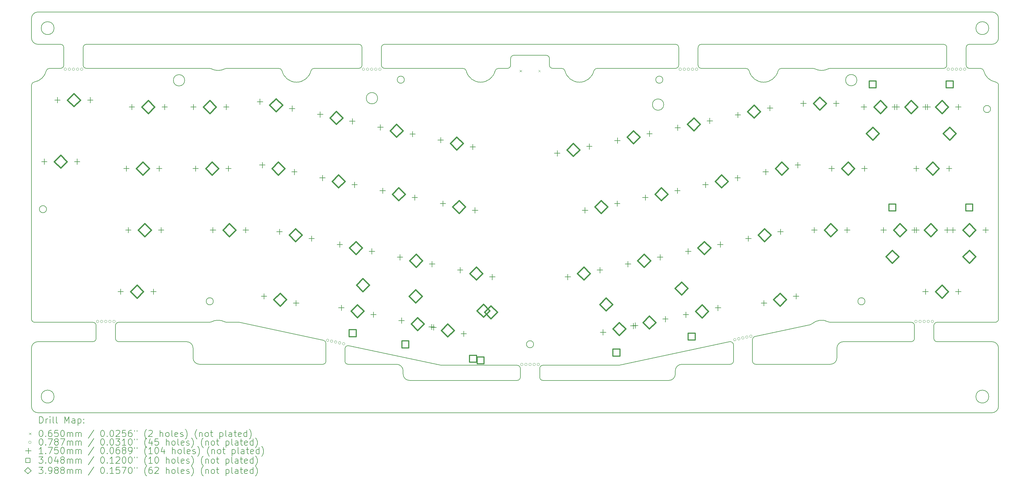
<source format=gbr>
%TF.GenerationSoftware,KiCad,Pcbnew,(6.0.11-0)*%
%TF.CreationDate,2023-07-09T04:06:15+09:00*%
%TF.ProjectId,Vision,56697369-6f6e-42e6-9b69-6361645f7063,rev?*%
%TF.SameCoordinates,Original*%
%TF.FileFunction,Drillmap*%
%TF.FilePolarity,Positive*%
%FSLAX45Y45*%
G04 Gerber Fmt 4.5, Leading zero omitted, Abs format (unit mm)*
G04 Created by KiCad (PCBNEW (6.0.11-0)) date 2023-07-09 04:06:15*
%MOMM*%
%LPD*%
G01*
G04 APERTURE LIST*
%ADD10C,0.200000*%
%ADD11C,0.065000*%
%ADD12C,0.078740*%
%ADD13C,0.175000*%
%ADD14C,0.304800*%
%ADD15C,0.398780*%
G04 APERTURE END LIST*
D10*
X19025195Y-8621564D02*
G75*
G03*
X18927981Y-8545000I-97215J-23436D01*
G01*
X23072019Y-8544999D02*
G75*
G03*
X22974804Y-8621563I1J-100001D01*
G01*
X5771500Y-17004060D02*
G75*
G03*
X5571500Y-17204059I0J-200000D01*
G01*
X35495751Y-17204059D02*
G75*
G03*
X35295750Y-17004059I-200001J-1D01*
G01*
X23743702Y-17734088D02*
X21400000Y-17734088D01*
X8271500Y-17004059D02*
X10371500Y-17004059D01*
X6571500Y-8445000D02*
X6571500Y-7900000D01*
X21400000Y-17734090D02*
G75*
G03*
X21300000Y-17834088I0J-100000D01*
G01*
X16400000Y-8445000D02*
G75*
G03*
X16500000Y-8545000I100000J0D01*
G01*
X34495750Y-8445000D02*
G75*
G03*
X34595750Y-8545000I100000J0D01*
G01*
X14605403Y-16960300D02*
X11998774Y-16406244D01*
X27961847Y-16839724D02*
G75*
G03*
X27882639Y-16937542I20793J-97816D01*
G01*
X23072019Y-8545000D02*
X25500000Y-8545000D01*
X25695750Y-17704060D02*
G75*
G03*
X25495750Y-17904059I0J-200000D01*
G01*
X31114000Y-8909543D02*
G75*
G03*
X31114000Y-8909543I-175000J0D01*
G01*
X30280124Y-8545002D02*
G75*
G03*
X30232965Y-8556818I-4J-99998D01*
G01*
X35395750Y-16404059D02*
X33595750Y-16404059D01*
X16500000Y-7800000D02*
G75*
G03*
X16400000Y-7900000I0J-100000D01*
G01*
X8171501Y-16904059D02*
G75*
G03*
X8271500Y-17004059I99999J-1D01*
G01*
X20016787Y-8544998D02*
G75*
G03*
X19919573Y-8621563I3J-100003D01*
G01*
X20500000Y-8140000D02*
G75*
G03*
X20400000Y-8240000I0J-100000D01*
G01*
X27882641Y-17604059D02*
G75*
G03*
X27982639Y-17704059I99999J-1D01*
G01*
X27780428Y-8621563D02*
G75*
G03*
X28674804Y-8621563I447188J107808D01*
G01*
X29808536Y-8556816D02*
G75*
G03*
X29761376Y-8545000I-47156J-88184D01*
G01*
X10771500Y-17704059D02*
X14584611Y-17704059D01*
X25600000Y-7900000D02*
G75*
G03*
X25500000Y-7800000I-100000J0D01*
G01*
X5771500Y-17004059D02*
X7471500Y-17004059D01*
X30695750Y-17004059D02*
X32795750Y-17004059D01*
X11198493Y-15754059D02*
G75*
G03*
X11198493Y-15754059I-110000J0D01*
G01*
X5571500Y-7600000D02*
X5571500Y-7000000D01*
X30280124Y-8545000D02*
X33795750Y-8545000D01*
X35195750Y-7300000D02*
G75*
G03*
X35195750Y-7300000I-200000J0D01*
G01*
X15800000Y-7900000D02*
G75*
G03*
X15700000Y-7800000I-100000J0D01*
G01*
X15271501Y-17604059D02*
G75*
G03*
X15371500Y-17704059I99999J-1D01*
G01*
X25695750Y-17704059D02*
X27195750Y-17704059D01*
X27882639Y-16937542D02*
X27882639Y-17604059D01*
X6271500Y-7300000D02*
G75*
G03*
X6271500Y-7300000I-200000J0D01*
G01*
X20016787Y-8545000D02*
X20300000Y-8545000D01*
X17110000Y-8895000D02*
G75*
G03*
X17110000Y-8895000I-110000J0D01*
G01*
X5771500Y-6800000D02*
G75*
G03*
X5571500Y-7000000I0J-200000D01*
G01*
X35495750Y-17204059D02*
X35495750Y-19004059D01*
X17071501Y-17904059D02*
G75*
G03*
X16871500Y-17704059I-200001J-1D01*
G01*
X7171500Y-8445000D02*
G75*
G03*
X7271500Y-8545000I100000J0D01*
G01*
X15271500Y-17225373D02*
X15271500Y-17604059D01*
X11558714Y-16392243D02*
G75*
G03*
X11605874Y-16404059I47156J88183D01*
G01*
X27780425Y-8621564D02*
G75*
G03*
X27683213Y-8545000I-97215J-23436D01*
G01*
X10571500Y-17204059D02*
X10571500Y-17504059D01*
X21400000Y-18204059D02*
X25295750Y-18204059D01*
X35495750Y-9066476D02*
X35495750Y-16304059D01*
X32895751Y-16504059D02*
G75*
G03*
X32795750Y-16404059I-100001J-1D01*
G01*
X20700000Y-18104059D02*
X20700000Y-17834088D01*
X25500000Y-8545000D02*
G75*
G03*
X25600000Y-8445000I0J100000D01*
G01*
X25495750Y-18004059D02*
X25495750Y-17904059D01*
X30495750Y-17504059D02*
X30495750Y-17204059D01*
X25295750Y-18204060D02*
G75*
G03*
X25495750Y-18004059I0J200000D01*
G01*
X28772019Y-8544999D02*
G75*
G03*
X28674804Y-8621563I1J-100001D01*
G01*
X19025196Y-8621563D02*
G75*
G03*
X19919573Y-8621563I447188J107808D01*
G01*
X7271500Y-8545000D02*
X11087126Y-8545000D01*
X16282084Y-9468195D02*
G75*
G03*
X16282084Y-9468195I-175000J0D01*
G01*
X14684605Y-17058115D02*
G75*
G03*
X14605403Y-16960300I-99995J5D01*
G01*
X33495750Y-16504059D02*
X33495750Y-16904059D01*
X25600000Y-8445000D02*
X25600000Y-7900000D01*
X30695750Y-17004060D02*
G75*
G03*
X30495750Y-17204059I0J-200000D01*
G01*
X17271500Y-18204059D02*
X20600000Y-18204059D01*
X35250750Y-9803755D02*
G75*
G03*
X35250750Y-9803755I-110000J0D01*
G01*
X35395750Y-16404060D02*
G75*
G03*
X35495750Y-16304059I0J100000D01*
G01*
X31363720Y-15754059D02*
G75*
G03*
X31363720Y-15754059I-110000J0D01*
G01*
X20600000Y-17734088D02*
X18256298Y-17734088D01*
X14316787Y-8545007D02*
G75*
G03*
X14219572Y-8621563I-7J-99993D01*
G01*
X21600000Y-8445000D02*
G75*
G03*
X21700000Y-8545000I100000J0D01*
G01*
X11087126Y-16404059D02*
X8271500Y-16404059D01*
X29808535Y-8556818D02*
G75*
G03*
X30232965Y-8556818I212215J396818D01*
G01*
X15700000Y-7800000D02*
X7271500Y-7800000D01*
X27174959Y-17006986D02*
X23764493Y-17731903D01*
X5655429Y-8967775D02*
G75*
G03*
X6028688Y-8621563I-73929J454020D01*
G01*
X35295750Y-19204060D02*
G75*
G03*
X35495750Y-19004059I0J200000D01*
G01*
X11134285Y-8556818D02*
G75*
G03*
X11558715Y-8556818I212215J396818D01*
G01*
X21600000Y-8240000D02*
G75*
G03*
X21500000Y-8140000I-100000J0D01*
G01*
X13325196Y-8621563D02*
G75*
G03*
X14219572Y-8621563I447188J107809D01*
G01*
X28772019Y-8545000D02*
X29761376Y-8545000D01*
X5571501Y-19004059D02*
G75*
G03*
X5771500Y-19204059I199999J-1D01*
G01*
X34595750Y-8545000D02*
X34941347Y-8545000D01*
X14684611Y-17604059D02*
X14684611Y-17058115D01*
X6125903Y-8545000D02*
X6471500Y-8545000D01*
X33795750Y-8545000D02*
G75*
G03*
X33895750Y-8445000I0J100000D01*
G01*
X33595750Y-16404060D02*
G75*
G03*
X33495750Y-16504059I0J-100000D01*
G01*
X14316787Y-8545000D02*
X15700000Y-8545000D01*
X11087126Y-16404057D02*
G75*
G03*
X11134285Y-16392241I4J99997D01*
G01*
X11605874Y-8545000D02*
X13227981Y-8545000D01*
X30295750Y-17704060D02*
G75*
G03*
X30495750Y-17504059I0J200000D01*
G01*
X30232965Y-16392241D02*
G75*
G03*
X29722339Y-16452235I-212215J-396819D01*
G01*
X21600000Y-8240000D02*
X21600000Y-8445000D01*
X7471500Y-17004060D02*
G75*
G03*
X7571500Y-16904059I0J100000D01*
G01*
X5571500Y-19004059D02*
X5571500Y-17204059D01*
X5655429Y-8967780D02*
G75*
G03*
X5571500Y-9066476I16071J-98700D01*
G01*
X5771500Y-6800000D02*
X35295750Y-6800000D01*
X25110000Y-8895000D02*
G75*
G03*
X25110000Y-8895000I-110000J0D01*
G01*
X7271500Y-7800000D02*
G75*
G03*
X7171500Y-7900000I0J-100000D01*
G01*
X7471500Y-16404059D02*
X5671500Y-16404059D01*
X26300000Y-8545000D02*
X27683213Y-8545000D01*
X8171500Y-16504059D02*
X8171500Y-16904059D01*
X7171500Y-7900000D02*
X7171500Y-8445000D01*
X35295750Y-7800000D02*
G75*
G03*
X35495750Y-7600000I0J200000D01*
G01*
X10313000Y-8914059D02*
G75*
G03*
X10313000Y-8914059I-175000J0D01*
G01*
X23743702Y-17734089D02*
G75*
G03*
X23764493Y-17731903I-2J99999D01*
G01*
X17071500Y-17904059D02*
X17071500Y-18004059D01*
X30232964Y-16392243D02*
G75*
G03*
X30280124Y-16404059I47156J88183D01*
G01*
X17071501Y-18004059D02*
G75*
G03*
X17271500Y-18204059I199999J-1D01*
G01*
X5571500Y-16304059D02*
X5571500Y-9066476D01*
X13325195Y-8621564D02*
G75*
G03*
X13227981Y-8545000I-97215J-23436D01*
G01*
X22080432Y-8621562D02*
G75*
G03*
X21983213Y-8545000I-97222J-23448D01*
G01*
X11134284Y-8556820D02*
G75*
G03*
X11087126Y-8545000I-47154J-88151D01*
G01*
X20500000Y-8140000D02*
X21500000Y-8140000D01*
X16400000Y-7900000D02*
X16400000Y-8445000D01*
X33795750Y-7800000D02*
X26300000Y-7800000D01*
X11558715Y-16392241D02*
G75*
G03*
X11134285Y-16392241I-212215J-396818D01*
G01*
X33895750Y-8445000D02*
X33895750Y-7900000D01*
X35295750Y-19204059D02*
X5771500Y-19204059D01*
X6471500Y-7800000D02*
X5771500Y-7800000D01*
X11977983Y-16404059D02*
X11605874Y-16404059D01*
X15371500Y-17704059D02*
X16871500Y-17704059D01*
X27195750Y-17704060D02*
G75*
G03*
X27295750Y-17604059I0J100000D01*
G01*
X25136916Y-9666195D02*
G75*
G03*
X25136916Y-9666195I-175000J0D01*
G01*
X29676816Y-16475201D02*
G75*
G03*
X29722339Y-16452235I-20796J97821D01*
G01*
X5571501Y-16304059D02*
G75*
G03*
X5671500Y-16404059I99999J-1D01*
G01*
X33595750Y-17004059D02*
X35295750Y-17004059D01*
X21300000Y-17834088D02*
X21300000Y-18104059D01*
X35495753Y-9066476D02*
G75*
G03*
X35411821Y-8967775I-99993J6D01*
G01*
X5571500Y-7600000D02*
G75*
G03*
X5771500Y-7800000I200000J0D01*
G01*
X6471500Y-8545000D02*
G75*
G03*
X6571500Y-8445000I0J100000D01*
G01*
X7571501Y-16504059D02*
G75*
G03*
X7471500Y-16404059I-100001J-1D01*
G01*
X26200000Y-8445000D02*
G75*
G03*
X26300000Y-8545000I100000J0D01*
G01*
X27295750Y-17604059D02*
X27295750Y-17104801D01*
X35038565Y-8621563D02*
G75*
G03*
X35411822Y-8967776I447185J107803D01*
G01*
X35038565Y-8621563D02*
G75*
G03*
X34941347Y-8545000I-97215J-23437D01*
G01*
X18235507Y-17731903D02*
G75*
G03*
X18256298Y-17734088I20793J97843D01*
G01*
X32895750Y-16904059D02*
X32895750Y-16504059D01*
X7571500Y-16904059D02*
X7571500Y-16504059D01*
X21110000Y-17084088D02*
G75*
G03*
X21110000Y-17084088I-110000J0D01*
G01*
X15800000Y-8445000D02*
X15800000Y-7900000D01*
X27295749Y-17104801D02*
G75*
G03*
X27174959Y-17006986I-99999J1D01*
G01*
X21700000Y-8545000D02*
X21983213Y-8545000D01*
X10571501Y-17204059D02*
G75*
G03*
X10371500Y-17004059I-200001J-1D01*
G01*
X15700000Y-8545000D02*
G75*
G03*
X15800000Y-8445000I0J100000D01*
G01*
X6571500Y-7900000D02*
G75*
G03*
X6471500Y-7800000I-100000J0D01*
G01*
X29676816Y-16475200D02*
X27961847Y-16839728D01*
X32795750Y-17004060D02*
G75*
G03*
X32895750Y-16904059I0J100000D01*
G01*
X14584611Y-17704062D02*
G75*
G03*
X14684611Y-17604059I-2J100002D01*
G01*
X6271500Y-18704059D02*
G75*
G03*
X6271500Y-18704059I-200000J0D01*
G01*
X35495750Y-7000000D02*
G75*
G03*
X35295750Y-6800000I-200000J0D01*
G01*
X6036501Y-12903755D02*
G75*
G03*
X6036501Y-12903755I-110000J0D01*
G01*
X11998774Y-16406244D02*
G75*
G03*
X11977983Y-16404059I-20794J-97876D01*
G01*
X18235507Y-17731903D02*
X15392291Y-17127559D01*
X20300000Y-8545000D02*
G75*
G03*
X20400000Y-8445000I0J100000D01*
G01*
X11605874Y-8545001D02*
G75*
G03*
X11558715Y-8556818I6J-100029D01*
G01*
X21300001Y-18104059D02*
G75*
G03*
X21400000Y-18204059I99999J-1D01*
G01*
X8271500Y-16404060D02*
G75*
G03*
X8171500Y-16504059I0J-100000D01*
G01*
X16500000Y-8545000D02*
X18927981Y-8545000D01*
X15392292Y-17127555D02*
G75*
G03*
X15271500Y-17225373I-20792J-97815D01*
G01*
X34495750Y-7900000D02*
X34495750Y-8445000D01*
X34595750Y-7800000D02*
G75*
G03*
X34495750Y-7900000I0J-100000D01*
G01*
X22080428Y-8621563D02*
G75*
G03*
X22974804Y-8621563I447188J107808D01*
G01*
X20600000Y-18204060D02*
G75*
G03*
X20700000Y-18104059I0J100000D01*
G01*
X26300000Y-7800000D02*
G75*
G03*
X26200000Y-7900000I0J-100000D01*
G01*
X10571501Y-17504059D02*
G75*
G03*
X10771500Y-17704059I199999J-1D01*
G01*
X20700002Y-17834088D02*
G75*
G03*
X20600000Y-17734088I-100002J-2D01*
G01*
X33895750Y-7900000D02*
G75*
G03*
X33795750Y-7800000I-100000J0D01*
G01*
X6125903Y-8545003D02*
G75*
G03*
X6028688Y-8621563I-3J-99997D01*
G01*
X26200000Y-7900000D02*
X26200000Y-8445000D01*
X35295750Y-7800000D02*
X34595750Y-7800000D01*
X35495750Y-7000000D02*
X35495750Y-7600000D01*
X35195750Y-18704059D02*
G75*
G03*
X35195750Y-18704059I-200000J0D01*
G01*
X25500000Y-7800000D02*
X16500000Y-7800000D01*
X32795750Y-16404059D02*
X30280124Y-16404059D01*
X27982639Y-17704059D02*
X30295750Y-17704059D01*
X33495751Y-16904059D02*
G75*
G03*
X33595750Y-17004059I99999J-1D01*
G01*
X20400000Y-8445000D02*
X20400000Y-8240000D01*
D11*
X20678500Y-8592500D02*
X20743500Y-8657500D01*
X20743500Y-8592500D02*
X20678500Y-8657500D01*
X21256500Y-8592500D02*
X21321500Y-8657500D01*
X21321500Y-8592500D02*
X21256500Y-8657500D01*
D12*
X6656870Y-8570400D02*
G75*
G03*
X6656870Y-8570400I-39370J0D01*
G01*
X6783870Y-8570400D02*
G75*
G03*
X6783870Y-8570400I-39370J0D01*
G01*
X6910870Y-8570400D02*
G75*
G03*
X6910870Y-8570400I-39370J0D01*
G01*
X7037870Y-8570400D02*
G75*
G03*
X7037870Y-8570400I-39370J0D01*
G01*
X7164870Y-8570400D02*
G75*
G03*
X7164870Y-8570400I-39370J0D01*
G01*
X7656870Y-16378659D02*
G75*
G03*
X7656870Y-16378659I-39370J0D01*
G01*
X7783870Y-16378659D02*
G75*
G03*
X7783870Y-16378659I-39370J0D01*
G01*
X7910870Y-16378659D02*
G75*
G03*
X7910870Y-16378659I-39370J0D01*
G01*
X8037870Y-16378659D02*
G75*
G03*
X8037870Y-16378659I-39370J0D01*
G01*
X8164870Y-16378659D02*
G75*
G03*
X8164870Y-16378659I-39370J0D01*
G01*
X14774257Y-16962346D02*
G75*
G03*
X14774257Y-16962346I-39370J0D01*
G01*
X14898482Y-16988750D02*
G75*
G03*
X14898482Y-16988750I-39370J0D01*
G01*
X15022707Y-17015155D02*
G75*
G03*
X15022707Y-17015155I-39370J0D01*
G01*
X15146931Y-17041560D02*
G75*
G03*
X15146931Y-17041560I-39370J0D01*
G01*
X15271156Y-17067965D02*
G75*
G03*
X15271156Y-17067965I-39370J0D01*
G01*
X15885370Y-8570400D02*
G75*
G03*
X15885370Y-8570400I-39370J0D01*
G01*
X16012370Y-8570400D02*
G75*
G03*
X16012370Y-8570400I-39370J0D01*
G01*
X16139370Y-8570400D02*
G75*
G03*
X16139370Y-8570400I-39370J0D01*
G01*
X16266370Y-8570400D02*
G75*
G03*
X16266370Y-8570400I-39370J0D01*
G01*
X16393370Y-8570400D02*
G75*
G03*
X16393370Y-8570400I-39370J0D01*
G01*
X20785370Y-17708688D02*
G75*
G03*
X20785370Y-17708688I-39370J0D01*
G01*
X20912370Y-17708688D02*
G75*
G03*
X20912370Y-17708688I-39370J0D01*
G01*
X21039370Y-17708688D02*
G75*
G03*
X21039370Y-17708688I-39370J0D01*
G01*
X21166370Y-17708688D02*
G75*
G03*
X21166370Y-17708688I-39370J0D01*
G01*
X21293370Y-17708688D02*
G75*
G03*
X21293370Y-17708688I-39370J0D01*
G01*
X25685370Y-8570400D02*
G75*
G03*
X25685370Y-8570400I-39370J0D01*
G01*
X25812370Y-8570400D02*
G75*
G03*
X25812370Y-8570400I-39370J0D01*
G01*
X25939370Y-8570400D02*
G75*
G03*
X25939370Y-8570400I-39370J0D01*
G01*
X26066370Y-8570400D02*
G75*
G03*
X26066370Y-8570400I-39370J0D01*
G01*
X26193370Y-8570400D02*
G75*
G03*
X26193370Y-8570400I-39370J0D01*
G01*
X27374834Y-16941405D02*
G75*
G03*
X27374834Y-16941405I-39370J0D01*
G01*
X27499059Y-16915000D02*
G75*
G03*
X27499059Y-16915000I-39370J0D01*
G01*
X27623283Y-16888595D02*
G75*
G03*
X27623283Y-16888595I-39370J0D01*
G01*
X27747508Y-16862191D02*
G75*
G03*
X27747508Y-16862191I-39370J0D01*
G01*
X27871733Y-16835786D02*
G75*
G03*
X27871733Y-16835786I-39370J0D01*
G01*
X32981120Y-16378659D02*
G75*
G03*
X32981120Y-16378659I-39370J0D01*
G01*
X33108120Y-16378659D02*
G75*
G03*
X33108120Y-16378659I-39370J0D01*
G01*
X33235120Y-16378659D02*
G75*
G03*
X33235120Y-16378659I-39370J0D01*
G01*
X33362120Y-16378659D02*
G75*
G03*
X33362120Y-16378659I-39370J0D01*
G01*
X33489120Y-16378659D02*
G75*
G03*
X33489120Y-16378659I-39370J0D01*
G01*
X33981120Y-8570400D02*
G75*
G03*
X33981120Y-8570400I-39370J0D01*
G01*
X34108120Y-8570400D02*
G75*
G03*
X34108120Y-8570400I-39370J0D01*
G01*
X34235120Y-8570400D02*
G75*
G03*
X34235120Y-8570400I-39370J0D01*
G01*
X34362120Y-8570400D02*
G75*
G03*
X34362120Y-8570400I-39370J0D01*
G01*
X34489120Y-8570400D02*
G75*
G03*
X34489120Y-8570400I-39370J0D01*
G01*
D13*
X5968500Y-11342559D02*
X5968500Y-11517559D01*
X5881000Y-11430059D02*
X6056000Y-11430059D01*
X6375500Y-9437559D02*
X6375500Y-9612559D01*
X6288000Y-9525059D02*
X6463000Y-9525059D01*
X6984500Y-11342559D02*
X6984500Y-11517559D01*
X6897000Y-11430059D02*
X7072000Y-11430059D01*
X7391500Y-9437559D02*
X7391500Y-9612559D01*
X7304000Y-9525059D02*
X7479000Y-9525059D01*
X8330000Y-15366559D02*
X8330000Y-15541559D01*
X8242500Y-15454059D02*
X8417500Y-15454059D01*
X8509375Y-11556559D02*
X8509375Y-11731559D01*
X8421875Y-11644059D02*
X8596875Y-11644059D01*
X8568125Y-13461559D02*
X8568125Y-13636559D01*
X8480625Y-13549059D02*
X8655625Y-13549059D01*
X8677500Y-9651559D02*
X8677500Y-9826559D01*
X8590000Y-9739059D02*
X8765000Y-9739059D01*
X9346000Y-15366559D02*
X9346000Y-15541559D01*
X9258500Y-15454059D02*
X9433500Y-15454059D01*
X9525375Y-11556559D02*
X9525375Y-11731559D01*
X9437875Y-11644059D02*
X9612875Y-11644059D01*
X9584125Y-13461559D02*
X9584125Y-13636559D01*
X9496625Y-13549059D02*
X9671625Y-13549059D01*
X9693500Y-9651559D02*
X9693500Y-9826559D01*
X9606000Y-9739059D02*
X9781000Y-9739059D01*
X10582500Y-9651559D02*
X10582500Y-9826559D01*
X10495000Y-9739059D02*
X10670000Y-9739059D01*
X10652500Y-11556559D02*
X10652500Y-11731559D01*
X10565000Y-11644059D02*
X10740000Y-11644059D01*
X11187500Y-13461559D02*
X11187500Y-13636559D01*
X11100000Y-13549059D02*
X11275000Y-13549059D01*
X11598500Y-9651559D02*
X11598500Y-9826559D01*
X11511000Y-9739059D02*
X11686000Y-9739059D01*
X11668500Y-11556559D02*
X11668500Y-11731559D01*
X11581000Y-11644059D02*
X11756000Y-11644059D01*
X12203500Y-13461559D02*
X12203500Y-13636559D01*
X12116000Y-13549059D02*
X12291000Y-13549059D01*
X12643601Y-9487940D02*
X12643601Y-9662940D01*
X12556101Y-9575440D02*
X12731101Y-9575440D01*
X12713601Y-11450940D02*
X12713601Y-11625940D01*
X12626101Y-11538440D02*
X12801101Y-11538440D01*
X12767601Y-15510940D02*
X12767601Y-15685940D01*
X12680101Y-15598440D02*
X12855101Y-15598440D01*
X13248601Y-13511940D02*
X13248601Y-13686940D01*
X13161101Y-13599440D02*
X13336101Y-13599440D01*
X13637399Y-9699178D02*
X13637399Y-9874178D01*
X13549899Y-9786678D02*
X13724899Y-9786678D01*
X13707399Y-11662178D02*
X13707399Y-11837178D01*
X13619899Y-11749678D02*
X13794899Y-11749678D01*
X13761399Y-15722178D02*
X13761399Y-15897178D01*
X13673899Y-15809678D02*
X13848899Y-15809678D01*
X14242399Y-13723178D02*
X14242399Y-13898178D01*
X14154899Y-13810678D02*
X14329899Y-13810678D01*
X14506972Y-9884012D02*
X14506972Y-10059012D01*
X14419472Y-9971512D02*
X14594472Y-9971512D01*
X14576972Y-11847012D02*
X14576972Y-12022012D01*
X14489472Y-11934512D02*
X14664472Y-11934512D01*
X15111972Y-13908012D02*
X15111972Y-14083012D01*
X15024472Y-13995512D02*
X15199472Y-13995512D01*
X15159761Y-15865728D02*
X15159761Y-16040728D01*
X15072261Y-15953228D02*
X15247261Y-15953228D01*
X15500770Y-10095250D02*
X15500770Y-10270250D01*
X15413270Y-10182750D02*
X15588270Y-10182750D01*
X15570770Y-12058250D02*
X15570770Y-12233250D01*
X15483270Y-12145750D02*
X15658270Y-12145750D01*
X16105770Y-14119250D02*
X16105770Y-14294250D01*
X16018270Y-14206750D02*
X16193270Y-14206750D01*
X16153559Y-16076967D02*
X16153559Y-16251967D01*
X16066059Y-16164467D02*
X16241059Y-16164467D01*
X16370343Y-10280084D02*
X16370343Y-10455084D01*
X16282843Y-10367584D02*
X16457843Y-10367584D01*
X16440343Y-12243084D02*
X16440343Y-12418084D01*
X16352843Y-12330584D02*
X16527843Y-12330584D01*
X16975343Y-14304084D02*
X16975343Y-14479084D01*
X16887843Y-14391584D02*
X17062843Y-14391584D01*
X17023132Y-16261800D02*
X17023132Y-16436800D01*
X16935632Y-16349300D02*
X17110632Y-16349300D01*
X17364141Y-10491322D02*
X17364141Y-10666322D01*
X17276641Y-10578822D02*
X17451641Y-10578822D01*
X17434141Y-12454322D02*
X17434141Y-12629322D01*
X17346641Y-12541822D02*
X17521641Y-12541822D01*
X17954817Y-16459836D02*
X17954817Y-16634836D01*
X17867317Y-16547336D02*
X18042317Y-16547336D01*
X17969141Y-14515322D02*
X17969141Y-14690322D01*
X17881641Y-14602822D02*
X18056641Y-14602822D01*
X18016930Y-16473038D02*
X18016930Y-16648038D01*
X17929430Y-16560538D02*
X18104430Y-16560538D01*
X18233715Y-10676156D02*
X18233715Y-10851156D01*
X18146215Y-10763656D02*
X18321215Y-10763656D01*
X18303715Y-12639155D02*
X18303715Y-12814155D01*
X18216215Y-12726655D02*
X18391215Y-12726655D01*
X18838715Y-14700155D02*
X18838715Y-14875155D01*
X18751215Y-14787655D02*
X18926215Y-14787655D01*
X18948615Y-16671074D02*
X18948615Y-16846074D01*
X18861115Y-16758574D02*
X19036115Y-16758574D01*
X19227513Y-10887394D02*
X19227513Y-11062394D01*
X19140013Y-10974894D02*
X19315013Y-10974894D01*
X19297513Y-12850394D02*
X19297513Y-13025394D01*
X19210013Y-12937894D02*
X19385013Y-12937894D01*
X19832513Y-14911394D02*
X19832513Y-15086394D01*
X19745013Y-14998894D02*
X19920013Y-14998894D01*
X21841488Y-11085394D02*
X21841488Y-11260394D01*
X21753988Y-11172894D02*
X21928988Y-11172894D01*
X22167488Y-14911394D02*
X22167488Y-15086394D01*
X22079988Y-14998894D02*
X22254988Y-14998894D01*
X22703487Y-12850393D02*
X22703487Y-13025393D01*
X22615987Y-12937893D02*
X22790987Y-12937893D01*
X22835285Y-10874156D02*
X22835285Y-11049156D01*
X22747785Y-10961656D02*
X22922785Y-10961656D01*
X23161285Y-14700155D02*
X23161285Y-14875155D01*
X23073785Y-14787655D02*
X23248785Y-14787655D01*
X23262323Y-16626238D02*
X23262323Y-16801238D01*
X23174823Y-16713738D02*
X23349823Y-16713738D01*
X23697285Y-12639155D02*
X23697285Y-12814155D01*
X23609785Y-12726655D02*
X23784785Y-12726655D01*
X23704859Y-10689322D02*
X23704859Y-10864322D01*
X23617359Y-10776822D02*
X23792359Y-10776822D01*
X24030859Y-14515322D02*
X24030859Y-14690322D01*
X23943359Y-14602822D02*
X24118359Y-14602822D01*
X24194009Y-16428202D02*
X24194009Y-16603202D01*
X24106509Y-16515702D02*
X24281509Y-16515702D01*
X24256121Y-16415000D02*
X24256121Y-16590000D01*
X24168621Y-16502500D02*
X24343621Y-16502500D01*
X24566859Y-12454322D02*
X24566859Y-12629322D01*
X24479359Y-12541822D02*
X24654359Y-12541822D01*
X24698657Y-10478084D02*
X24698657Y-10653084D01*
X24611157Y-10565584D02*
X24786157Y-10565584D01*
X25024657Y-14304084D02*
X25024657Y-14479084D01*
X24937157Y-14391584D02*
X25112157Y-14391584D01*
X25187807Y-16216964D02*
X25187807Y-16391964D01*
X25100307Y-16304464D02*
X25275307Y-16304464D01*
X25560657Y-12243084D02*
X25560657Y-12418084D01*
X25473157Y-12330584D02*
X25648157Y-12330584D01*
X25568230Y-10293250D02*
X25568230Y-10468250D01*
X25480730Y-10380750D02*
X25655730Y-10380750D01*
X25824459Y-16081639D02*
X25824459Y-16256639D01*
X25736959Y-16169139D02*
X25911959Y-16169139D01*
X25894230Y-14119250D02*
X25894230Y-14294250D01*
X25806730Y-14206750D02*
X25981730Y-14206750D01*
X26430230Y-12058250D02*
X26430230Y-12233250D01*
X26342730Y-12145750D02*
X26517730Y-12145750D01*
X26562028Y-10082012D02*
X26562028Y-10257012D01*
X26474528Y-10169512D02*
X26649528Y-10169512D01*
X26818257Y-15870401D02*
X26818257Y-16045401D01*
X26730757Y-15957901D02*
X26905757Y-15957901D01*
X26888028Y-13908012D02*
X26888028Y-14083012D01*
X26800528Y-13995512D02*
X26975528Y-13995512D01*
X27424028Y-11847012D02*
X27424028Y-12022012D01*
X27336528Y-11934512D02*
X27511528Y-11934512D01*
X27431601Y-9897178D02*
X27431601Y-10072178D01*
X27344101Y-9984678D02*
X27519101Y-9984678D01*
X27757601Y-13723178D02*
X27757601Y-13898178D01*
X27670101Y-13810678D02*
X27845101Y-13810678D01*
X28238601Y-15722178D02*
X28238601Y-15897178D01*
X28151101Y-15809678D02*
X28326101Y-15809678D01*
X28293601Y-11662178D02*
X28293601Y-11837178D01*
X28206101Y-11749678D02*
X28381101Y-11749678D01*
X28425399Y-9685940D02*
X28425399Y-9860940D01*
X28337899Y-9773440D02*
X28512899Y-9773440D01*
X28751399Y-13511940D02*
X28751399Y-13686940D01*
X28663899Y-13599440D02*
X28838899Y-13599440D01*
X29232399Y-15510940D02*
X29232399Y-15685940D01*
X29144899Y-15598440D02*
X29319899Y-15598440D01*
X29287399Y-11450940D02*
X29287399Y-11625940D01*
X29199899Y-11538440D02*
X29374899Y-11538440D01*
X29458000Y-9545559D02*
X29458000Y-9720559D01*
X29370500Y-9633059D02*
X29545500Y-9633059D01*
X29796500Y-13461559D02*
X29796500Y-13636559D01*
X29709000Y-13549059D02*
X29884000Y-13549059D01*
X30332500Y-11556559D02*
X30332500Y-11731559D01*
X30245000Y-11644059D02*
X30420000Y-11644059D01*
X30474000Y-9545559D02*
X30474000Y-9720559D01*
X30386500Y-9633059D02*
X30561500Y-9633059D01*
X30812500Y-13461559D02*
X30812500Y-13636559D01*
X30725000Y-13549059D02*
X30900000Y-13549059D01*
X31333500Y-9651559D02*
X31333500Y-9826559D01*
X31246000Y-9739059D02*
X31421000Y-9739059D01*
X31348500Y-11556559D02*
X31348500Y-11731559D01*
X31261000Y-11644059D02*
X31436000Y-11644059D01*
X31939625Y-13461559D02*
X31939625Y-13636559D01*
X31852125Y-13549059D02*
X32027125Y-13549059D01*
X32286000Y-9651559D02*
X32286000Y-9826559D01*
X32198500Y-9739059D02*
X32373500Y-9739059D01*
X32349500Y-9651559D02*
X32349500Y-9826559D01*
X32262000Y-9739059D02*
X32437000Y-9739059D01*
X32892125Y-13461559D02*
X32892125Y-13636559D01*
X32804625Y-13549059D02*
X32979625Y-13549059D01*
X32951875Y-11556559D02*
X32951875Y-11731559D01*
X32864375Y-11644059D02*
X33039375Y-11644059D01*
X32955625Y-13461559D02*
X32955625Y-13636559D01*
X32868125Y-13549059D02*
X33043125Y-13549059D01*
X33238450Y-15366559D02*
X33238450Y-15541559D01*
X33150950Y-15454059D02*
X33325950Y-15454059D01*
X33238500Y-9651559D02*
X33238500Y-9826559D01*
X33151000Y-9739059D02*
X33326000Y-9739059D01*
X33302000Y-9651559D02*
X33302000Y-9826559D01*
X33214500Y-9739059D02*
X33389500Y-9739059D01*
X33908125Y-13461559D02*
X33908125Y-13636559D01*
X33820625Y-13549059D02*
X33995625Y-13549059D01*
X33967875Y-11556559D02*
X33967875Y-11731559D01*
X33880375Y-11644059D02*
X34055375Y-11644059D01*
X34082750Y-13461559D02*
X34082750Y-13636559D01*
X33995250Y-13549059D02*
X34170250Y-13549059D01*
X34254450Y-15366559D02*
X34254450Y-15541559D01*
X34166950Y-15454059D02*
X34341950Y-15454059D01*
X34254500Y-9651559D02*
X34254500Y-9826559D01*
X34167000Y-9739059D02*
X34342000Y-9739059D01*
X35098750Y-13461559D02*
X35098750Y-13636559D01*
X35011250Y-13549059D02*
X35186250Y-13549059D01*
D14*
X15619197Y-16849848D02*
X15619197Y-16634319D01*
X15403669Y-16634319D01*
X15403669Y-16849848D01*
X15619197Y-16849848D01*
X17249647Y-17196410D02*
X17249647Y-16980882D01*
X17034119Y-16980882D01*
X17034119Y-17196410D01*
X17249647Y-17196410D01*
X19345940Y-17641991D02*
X19345940Y-17426463D01*
X19130411Y-17426463D01*
X19130411Y-17641991D01*
X19345940Y-17641991D01*
X19578861Y-17691500D02*
X19578861Y-17475972D01*
X19363333Y-17475972D01*
X19363333Y-17691500D01*
X19578861Y-17691500D01*
X23779291Y-17448628D02*
X23779291Y-17233100D01*
X23563763Y-17233100D01*
X23563763Y-17448628D01*
X23779291Y-17448628D01*
X26108505Y-16953538D02*
X26108505Y-16738010D01*
X25892977Y-16738010D01*
X25892977Y-16953538D01*
X26108505Y-16953538D01*
X31711139Y-9148323D02*
X31711139Y-8932795D01*
X31495611Y-8932795D01*
X31495611Y-9148323D01*
X31711139Y-9148323D01*
X32317264Y-12958323D02*
X32317264Y-12742795D01*
X32101736Y-12742795D01*
X32101736Y-12958323D01*
X32317264Y-12958323D01*
X34092389Y-9148323D02*
X34092389Y-8932795D01*
X33876861Y-8932795D01*
X33876861Y-9148323D01*
X34092389Y-9148323D01*
X34698514Y-12958323D02*
X34698514Y-12742795D01*
X34482986Y-12742795D01*
X34482986Y-12958323D01*
X34698514Y-12958323D01*
D15*
X6476500Y-11629449D02*
X6675890Y-11430059D01*
X6476500Y-11230669D01*
X6277110Y-11430059D01*
X6476500Y-11629449D01*
X6883500Y-9724449D02*
X7082890Y-9525059D01*
X6883500Y-9325669D01*
X6684110Y-9525059D01*
X6883500Y-9724449D01*
X8838000Y-15653449D02*
X9037390Y-15454059D01*
X8838000Y-15254669D01*
X8638610Y-15454059D01*
X8838000Y-15653449D01*
X9017375Y-11843449D02*
X9216765Y-11644059D01*
X9017375Y-11444669D01*
X8817985Y-11644059D01*
X9017375Y-11843449D01*
X9076125Y-13748449D02*
X9275515Y-13549059D01*
X9076125Y-13349669D01*
X8876735Y-13549059D01*
X9076125Y-13748449D01*
X9185500Y-9938449D02*
X9384890Y-9739059D01*
X9185500Y-9539669D01*
X8986110Y-9739059D01*
X9185500Y-9938449D01*
X11090500Y-9938449D02*
X11289890Y-9739059D01*
X11090500Y-9539669D01*
X10891110Y-9739059D01*
X11090500Y-9938449D01*
X11160500Y-11843449D02*
X11359890Y-11644059D01*
X11160500Y-11444669D01*
X10961110Y-11644059D01*
X11160500Y-11843449D01*
X11695500Y-13748449D02*
X11894890Y-13549059D01*
X11695500Y-13349669D01*
X11496110Y-13549059D01*
X11695500Y-13748449D01*
X13140500Y-9880449D02*
X13339890Y-9681059D01*
X13140500Y-9481669D01*
X12941110Y-9681059D01*
X13140500Y-9880449D01*
X13210500Y-11843449D02*
X13409890Y-11644059D01*
X13210500Y-11444669D01*
X13011110Y-11644059D01*
X13210500Y-11843449D01*
X13264500Y-15903449D02*
X13463890Y-15704059D01*
X13264500Y-15504669D01*
X13065110Y-15704059D01*
X13264500Y-15903449D01*
X13745500Y-13904449D02*
X13944890Y-13705059D01*
X13745500Y-13505669D01*
X13546110Y-13705059D01*
X13745500Y-13904449D01*
X15003871Y-10276521D02*
X15203261Y-10077131D01*
X15003871Y-9877741D01*
X14804481Y-10077131D01*
X15003871Y-10276521D01*
X15073871Y-12239521D02*
X15273261Y-12040131D01*
X15073871Y-11840741D01*
X14874481Y-12040131D01*
X15073871Y-12239521D01*
X15608871Y-14300521D02*
X15808261Y-14101131D01*
X15608871Y-13901741D01*
X15409481Y-14101131D01*
X15608871Y-14300521D01*
X15656660Y-16258238D02*
X15856050Y-16058848D01*
X15656660Y-15859458D01*
X15457270Y-16058848D01*
X15656660Y-16258238D01*
X15828290Y-15450776D02*
X16027680Y-15251386D01*
X15828290Y-15051996D01*
X15628900Y-15251386D01*
X15828290Y-15450776D01*
X16867242Y-10672593D02*
X17066632Y-10473203D01*
X16867242Y-10273813D01*
X16667852Y-10473203D01*
X16867242Y-10672593D01*
X16937242Y-12635593D02*
X17136632Y-12436203D01*
X16937242Y-12236813D01*
X16737852Y-12436203D01*
X16937242Y-12635593D01*
X17458740Y-15797339D02*
X17658130Y-15597949D01*
X17458740Y-15398559D01*
X17259350Y-15597949D01*
X17458740Y-15797339D01*
X17472242Y-14696593D02*
X17671632Y-14497203D01*
X17472242Y-14297813D01*
X17272852Y-14497203D01*
X17472242Y-14696593D01*
X17520031Y-16654309D02*
X17719421Y-16454919D01*
X17520031Y-16255529D01*
X17320641Y-16454919D01*
X17520031Y-16654309D01*
X18451716Y-16852345D02*
X18651106Y-16652955D01*
X18451716Y-16453565D01*
X18252326Y-16652955D01*
X18451716Y-16852345D01*
X18730614Y-11068665D02*
X18930004Y-10869275D01*
X18730614Y-10669885D01*
X18531224Y-10869275D01*
X18730614Y-11068665D01*
X18800614Y-13031664D02*
X19000004Y-12832274D01*
X18800614Y-12632884D01*
X18601224Y-12832274D01*
X18800614Y-13031664D01*
X19335614Y-15092664D02*
X19535004Y-14893274D01*
X19335614Y-14693884D01*
X19136224Y-14893274D01*
X19335614Y-15092664D01*
X19555033Y-16242920D02*
X19754423Y-16043530D01*
X19555033Y-15844140D01*
X19355643Y-16043530D01*
X19555033Y-16242920D01*
X19787954Y-16292429D02*
X19987344Y-16093039D01*
X19787954Y-15893649D01*
X19588564Y-16093039D01*
X19787954Y-16292429D01*
X22338387Y-11266665D02*
X22537776Y-11067275D01*
X22338387Y-10867885D01*
X22138997Y-11067275D01*
X22338387Y-11266665D01*
X22664386Y-15092664D02*
X22863776Y-14893274D01*
X22664386Y-14693884D01*
X22464996Y-14893274D01*
X22664386Y-15092664D01*
X23200386Y-13031664D02*
X23399776Y-12832274D01*
X23200386Y-12632884D01*
X23000996Y-12832274D01*
X23200386Y-13031664D01*
X23354670Y-16049557D02*
X23554060Y-15850167D01*
X23354670Y-15650777D01*
X23155280Y-15850167D01*
X23354670Y-16049557D01*
X23759222Y-16807509D02*
X23958612Y-16608119D01*
X23759222Y-16408729D01*
X23559832Y-16608119D01*
X23759222Y-16807509D01*
X24201758Y-10870593D02*
X24401148Y-10671203D01*
X24201758Y-10471813D01*
X24002368Y-10671203D01*
X24201758Y-10870593D01*
X24527758Y-14696593D02*
X24727148Y-14497203D01*
X24527758Y-14297813D01*
X24328368Y-14497203D01*
X24527758Y-14696593D01*
X24690908Y-16609473D02*
X24890298Y-16410083D01*
X24690908Y-16210693D01*
X24491518Y-16410083D01*
X24690908Y-16609473D01*
X25063758Y-12635593D02*
X25263148Y-12436203D01*
X25063758Y-12236813D01*
X24864368Y-12436203D01*
X25063758Y-12635593D01*
X25683884Y-15554467D02*
X25883274Y-15355077D01*
X25683884Y-15155687D01*
X25484494Y-15355077D01*
X25683884Y-15554467D01*
X26065129Y-10474521D02*
X26264519Y-10275131D01*
X26065129Y-10075741D01*
X25865739Y-10275131D01*
X26065129Y-10474521D01*
X26321358Y-16262910D02*
X26520748Y-16063520D01*
X26321358Y-15864130D01*
X26121968Y-16063520D01*
X26321358Y-16262910D01*
X26391129Y-14300521D02*
X26590519Y-14101131D01*
X26391129Y-13901741D01*
X26191739Y-14101131D01*
X26391129Y-14300521D01*
X26927129Y-12239521D02*
X27126519Y-12040131D01*
X26927129Y-11840741D01*
X26727739Y-12040131D01*
X26927129Y-12239521D01*
X27928500Y-10078449D02*
X28127890Y-9879059D01*
X27928500Y-9679669D01*
X27729110Y-9879059D01*
X27928500Y-10078449D01*
X28254500Y-13904449D02*
X28453890Y-13705059D01*
X28254500Y-13505669D01*
X28055110Y-13705059D01*
X28254500Y-13904449D01*
X28735500Y-15903449D02*
X28934890Y-15704059D01*
X28735500Y-15504669D01*
X28536110Y-15704059D01*
X28735500Y-15903449D01*
X28790500Y-11843449D02*
X28989890Y-11644059D01*
X28790500Y-11444669D01*
X28591110Y-11644059D01*
X28790500Y-11843449D01*
X29966000Y-9832449D02*
X30165390Y-9633059D01*
X29966000Y-9433669D01*
X29766610Y-9633059D01*
X29966000Y-9832449D01*
X30304500Y-13748449D02*
X30503890Y-13549059D01*
X30304500Y-13349669D01*
X30105110Y-13549059D01*
X30304500Y-13748449D01*
X30840500Y-11843449D02*
X31039890Y-11644059D01*
X30840500Y-11444669D01*
X30641110Y-11644059D01*
X30840500Y-11843449D01*
X31603375Y-10763949D02*
X31802765Y-10564559D01*
X31603375Y-10365169D01*
X31403985Y-10564559D01*
X31603375Y-10763949D01*
X31841500Y-9938449D02*
X32040890Y-9739059D01*
X31841500Y-9539669D01*
X31642110Y-9739059D01*
X31841500Y-9938449D01*
X32209500Y-14573949D02*
X32408890Y-14374559D01*
X32209500Y-14175169D01*
X32010110Y-14374559D01*
X32209500Y-14573949D01*
X32447625Y-13748449D02*
X32647015Y-13549059D01*
X32447625Y-13349669D01*
X32248235Y-13549059D01*
X32447625Y-13748449D01*
X32794000Y-9938449D02*
X32993390Y-9739059D01*
X32794000Y-9539669D01*
X32594610Y-9739059D01*
X32794000Y-9938449D01*
X33400125Y-13748449D02*
X33599515Y-13549059D01*
X33400125Y-13349669D01*
X33200735Y-13549059D01*
X33400125Y-13748449D01*
X33459875Y-11843449D02*
X33659265Y-11644059D01*
X33459875Y-11444669D01*
X33260485Y-11644059D01*
X33459875Y-11843449D01*
X33746450Y-15653449D02*
X33945840Y-15454059D01*
X33746450Y-15254669D01*
X33547060Y-15454059D01*
X33746450Y-15653449D01*
X33746500Y-9938449D02*
X33945890Y-9739059D01*
X33746500Y-9539669D01*
X33547110Y-9739059D01*
X33746500Y-9938449D01*
X33984625Y-10763949D02*
X34184015Y-10564559D01*
X33984625Y-10365169D01*
X33785235Y-10564559D01*
X33984625Y-10763949D01*
X34590750Y-13748449D02*
X34790140Y-13549059D01*
X34590750Y-13349669D01*
X34391360Y-13549059D01*
X34590750Y-13748449D01*
X34590750Y-14573949D02*
X34790140Y-14374559D01*
X34590750Y-14175169D01*
X34391360Y-14374559D01*
X34590750Y-14573949D01*
D10*
X5819119Y-19524535D02*
X5819119Y-19324535D01*
X5866738Y-19324535D01*
X5895310Y-19334059D01*
X5914357Y-19353107D01*
X5923881Y-19372154D01*
X5933405Y-19410250D01*
X5933405Y-19438821D01*
X5923881Y-19476916D01*
X5914357Y-19495964D01*
X5895310Y-19515012D01*
X5866738Y-19524535D01*
X5819119Y-19524535D01*
X6019119Y-19524535D02*
X6019119Y-19391202D01*
X6019119Y-19429297D02*
X6028643Y-19410250D01*
X6038167Y-19400726D01*
X6057214Y-19391202D01*
X6076262Y-19391202D01*
X6142929Y-19524535D02*
X6142929Y-19391202D01*
X6142929Y-19324535D02*
X6133405Y-19334059D01*
X6142929Y-19343583D01*
X6152452Y-19334059D01*
X6142929Y-19324535D01*
X6142929Y-19343583D01*
X6266738Y-19524535D02*
X6247690Y-19515012D01*
X6238167Y-19495964D01*
X6238167Y-19324535D01*
X6371500Y-19524535D02*
X6352452Y-19515012D01*
X6342929Y-19495964D01*
X6342929Y-19324535D01*
X6600071Y-19524535D02*
X6600071Y-19324535D01*
X6666738Y-19467393D01*
X6733405Y-19324535D01*
X6733405Y-19524535D01*
X6914357Y-19524535D02*
X6914357Y-19419773D01*
X6904833Y-19400726D01*
X6885786Y-19391202D01*
X6847690Y-19391202D01*
X6828643Y-19400726D01*
X6914357Y-19515012D02*
X6895310Y-19524535D01*
X6847690Y-19524535D01*
X6828643Y-19515012D01*
X6819119Y-19495964D01*
X6819119Y-19476916D01*
X6828643Y-19457869D01*
X6847690Y-19448345D01*
X6895310Y-19448345D01*
X6914357Y-19438821D01*
X7009595Y-19391202D02*
X7009595Y-19591202D01*
X7009595Y-19400726D02*
X7028643Y-19391202D01*
X7066738Y-19391202D01*
X7085786Y-19400726D01*
X7095310Y-19410250D01*
X7104833Y-19429297D01*
X7104833Y-19486440D01*
X7095310Y-19505488D01*
X7085786Y-19515012D01*
X7066738Y-19524535D01*
X7028643Y-19524535D01*
X7009595Y-19515012D01*
X7190548Y-19505488D02*
X7200071Y-19515012D01*
X7190548Y-19524535D01*
X7181024Y-19515012D01*
X7190548Y-19505488D01*
X7190548Y-19524535D01*
X7190548Y-19400726D02*
X7200071Y-19410250D01*
X7190548Y-19419773D01*
X7181024Y-19410250D01*
X7190548Y-19400726D01*
X7190548Y-19419773D01*
D11*
X5496500Y-19821559D02*
X5561500Y-19886559D01*
X5561500Y-19821559D02*
X5496500Y-19886559D01*
D10*
X5857214Y-19744535D02*
X5876262Y-19744535D01*
X5895310Y-19754059D01*
X5904833Y-19763583D01*
X5914357Y-19782631D01*
X5923881Y-19820726D01*
X5923881Y-19868345D01*
X5914357Y-19906440D01*
X5904833Y-19925488D01*
X5895310Y-19935012D01*
X5876262Y-19944535D01*
X5857214Y-19944535D01*
X5838167Y-19935012D01*
X5828643Y-19925488D01*
X5819119Y-19906440D01*
X5809595Y-19868345D01*
X5809595Y-19820726D01*
X5819119Y-19782631D01*
X5828643Y-19763583D01*
X5838167Y-19754059D01*
X5857214Y-19744535D01*
X6009595Y-19925488D02*
X6019119Y-19935012D01*
X6009595Y-19944535D01*
X6000071Y-19935012D01*
X6009595Y-19925488D01*
X6009595Y-19944535D01*
X6190548Y-19744535D02*
X6152452Y-19744535D01*
X6133405Y-19754059D01*
X6123881Y-19763583D01*
X6104833Y-19792154D01*
X6095310Y-19830250D01*
X6095310Y-19906440D01*
X6104833Y-19925488D01*
X6114357Y-19935012D01*
X6133405Y-19944535D01*
X6171500Y-19944535D01*
X6190548Y-19935012D01*
X6200071Y-19925488D01*
X6209595Y-19906440D01*
X6209595Y-19858821D01*
X6200071Y-19839773D01*
X6190548Y-19830250D01*
X6171500Y-19820726D01*
X6133405Y-19820726D01*
X6114357Y-19830250D01*
X6104833Y-19839773D01*
X6095310Y-19858821D01*
X6390548Y-19744535D02*
X6295310Y-19744535D01*
X6285786Y-19839773D01*
X6295310Y-19830250D01*
X6314357Y-19820726D01*
X6361976Y-19820726D01*
X6381024Y-19830250D01*
X6390548Y-19839773D01*
X6400071Y-19858821D01*
X6400071Y-19906440D01*
X6390548Y-19925488D01*
X6381024Y-19935012D01*
X6361976Y-19944535D01*
X6314357Y-19944535D01*
X6295310Y-19935012D01*
X6285786Y-19925488D01*
X6523881Y-19744535D02*
X6542929Y-19744535D01*
X6561976Y-19754059D01*
X6571500Y-19763583D01*
X6581024Y-19782631D01*
X6590548Y-19820726D01*
X6590548Y-19868345D01*
X6581024Y-19906440D01*
X6571500Y-19925488D01*
X6561976Y-19935012D01*
X6542929Y-19944535D01*
X6523881Y-19944535D01*
X6504833Y-19935012D01*
X6495310Y-19925488D01*
X6485786Y-19906440D01*
X6476262Y-19868345D01*
X6476262Y-19820726D01*
X6485786Y-19782631D01*
X6495310Y-19763583D01*
X6504833Y-19754059D01*
X6523881Y-19744535D01*
X6676262Y-19944535D02*
X6676262Y-19811202D01*
X6676262Y-19830250D02*
X6685786Y-19820726D01*
X6704833Y-19811202D01*
X6733405Y-19811202D01*
X6752452Y-19820726D01*
X6761976Y-19839773D01*
X6761976Y-19944535D01*
X6761976Y-19839773D02*
X6771500Y-19820726D01*
X6790548Y-19811202D01*
X6819119Y-19811202D01*
X6838167Y-19820726D01*
X6847690Y-19839773D01*
X6847690Y-19944535D01*
X6942929Y-19944535D02*
X6942929Y-19811202D01*
X6942929Y-19830250D02*
X6952452Y-19820726D01*
X6971500Y-19811202D01*
X7000071Y-19811202D01*
X7019119Y-19820726D01*
X7028643Y-19839773D01*
X7028643Y-19944535D01*
X7028643Y-19839773D02*
X7038167Y-19820726D01*
X7057214Y-19811202D01*
X7085786Y-19811202D01*
X7104833Y-19820726D01*
X7114357Y-19839773D01*
X7114357Y-19944535D01*
X7504833Y-19735012D02*
X7333405Y-19992154D01*
X7761976Y-19744535D02*
X7781024Y-19744535D01*
X7800071Y-19754059D01*
X7809595Y-19763583D01*
X7819119Y-19782631D01*
X7828643Y-19820726D01*
X7828643Y-19868345D01*
X7819119Y-19906440D01*
X7809595Y-19925488D01*
X7800071Y-19935012D01*
X7781024Y-19944535D01*
X7761976Y-19944535D01*
X7742929Y-19935012D01*
X7733405Y-19925488D01*
X7723881Y-19906440D01*
X7714357Y-19868345D01*
X7714357Y-19820726D01*
X7723881Y-19782631D01*
X7733405Y-19763583D01*
X7742929Y-19754059D01*
X7761976Y-19744535D01*
X7914357Y-19925488D02*
X7923881Y-19935012D01*
X7914357Y-19944535D01*
X7904833Y-19935012D01*
X7914357Y-19925488D01*
X7914357Y-19944535D01*
X8047690Y-19744535D02*
X8066738Y-19744535D01*
X8085786Y-19754059D01*
X8095310Y-19763583D01*
X8104833Y-19782631D01*
X8114357Y-19820726D01*
X8114357Y-19868345D01*
X8104833Y-19906440D01*
X8095310Y-19925488D01*
X8085786Y-19935012D01*
X8066738Y-19944535D01*
X8047690Y-19944535D01*
X8028643Y-19935012D01*
X8019119Y-19925488D01*
X8009595Y-19906440D01*
X8000071Y-19868345D01*
X8000071Y-19820726D01*
X8009595Y-19782631D01*
X8019119Y-19763583D01*
X8028643Y-19754059D01*
X8047690Y-19744535D01*
X8190548Y-19763583D02*
X8200071Y-19754059D01*
X8219119Y-19744535D01*
X8266738Y-19744535D01*
X8285786Y-19754059D01*
X8295310Y-19763583D01*
X8304833Y-19782631D01*
X8304833Y-19801678D01*
X8295310Y-19830250D01*
X8181024Y-19944535D01*
X8304833Y-19944535D01*
X8485786Y-19744535D02*
X8390548Y-19744535D01*
X8381024Y-19839773D01*
X8390548Y-19830250D01*
X8409595Y-19820726D01*
X8457214Y-19820726D01*
X8476262Y-19830250D01*
X8485786Y-19839773D01*
X8495310Y-19858821D01*
X8495310Y-19906440D01*
X8485786Y-19925488D01*
X8476262Y-19935012D01*
X8457214Y-19944535D01*
X8409595Y-19944535D01*
X8390548Y-19935012D01*
X8381024Y-19925488D01*
X8666738Y-19744535D02*
X8628643Y-19744535D01*
X8609595Y-19754059D01*
X8600072Y-19763583D01*
X8581024Y-19792154D01*
X8571500Y-19830250D01*
X8571500Y-19906440D01*
X8581024Y-19925488D01*
X8590548Y-19935012D01*
X8609595Y-19944535D01*
X8647691Y-19944535D01*
X8666738Y-19935012D01*
X8676262Y-19925488D01*
X8685786Y-19906440D01*
X8685786Y-19858821D01*
X8676262Y-19839773D01*
X8666738Y-19830250D01*
X8647691Y-19820726D01*
X8609595Y-19820726D01*
X8590548Y-19830250D01*
X8581024Y-19839773D01*
X8571500Y-19858821D01*
X8761976Y-19744535D02*
X8761976Y-19782631D01*
X8838167Y-19744535D02*
X8838167Y-19782631D01*
X9133405Y-20020726D02*
X9123881Y-20011202D01*
X9104833Y-19982631D01*
X9095310Y-19963583D01*
X9085786Y-19935012D01*
X9076262Y-19887393D01*
X9076262Y-19849297D01*
X9085786Y-19801678D01*
X9095310Y-19773107D01*
X9104833Y-19754059D01*
X9123881Y-19725488D01*
X9133405Y-19715964D01*
X9200072Y-19763583D02*
X9209595Y-19754059D01*
X9228643Y-19744535D01*
X9276262Y-19744535D01*
X9295310Y-19754059D01*
X9304833Y-19763583D01*
X9314357Y-19782631D01*
X9314357Y-19801678D01*
X9304833Y-19830250D01*
X9190548Y-19944535D01*
X9314357Y-19944535D01*
X9552452Y-19944535D02*
X9552452Y-19744535D01*
X9638167Y-19944535D02*
X9638167Y-19839773D01*
X9628643Y-19820726D01*
X9609595Y-19811202D01*
X9581024Y-19811202D01*
X9561976Y-19820726D01*
X9552452Y-19830250D01*
X9761976Y-19944535D02*
X9742929Y-19935012D01*
X9733405Y-19925488D01*
X9723881Y-19906440D01*
X9723881Y-19849297D01*
X9733405Y-19830250D01*
X9742929Y-19820726D01*
X9761976Y-19811202D01*
X9790548Y-19811202D01*
X9809595Y-19820726D01*
X9819119Y-19830250D01*
X9828643Y-19849297D01*
X9828643Y-19906440D01*
X9819119Y-19925488D01*
X9809595Y-19935012D01*
X9790548Y-19944535D01*
X9761976Y-19944535D01*
X9942929Y-19944535D02*
X9923881Y-19935012D01*
X9914357Y-19915964D01*
X9914357Y-19744535D01*
X10095310Y-19935012D02*
X10076262Y-19944535D01*
X10038167Y-19944535D01*
X10019119Y-19935012D01*
X10009595Y-19915964D01*
X10009595Y-19839773D01*
X10019119Y-19820726D01*
X10038167Y-19811202D01*
X10076262Y-19811202D01*
X10095310Y-19820726D01*
X10104833Y-19839773D01*
X10104833Y-19858821D01*
X10009595Y-19877869D01*
X10181024Y-19935012D02*
X10200072Y-19944535D01*
X10238167Y-19944535D01*
X10257214Y-19935012D01*
X10266738Y-19915964D01*
X10266738Y-19906440D01*
X10257214Y-19887393D01*
X10238167Y-19877869D01*
X10209595Y-19877869D01*
X10190548Y-19868345D01*
X10181024Y-19849297D01*
X10181024Y-19839773D01*
X10190548Y-19820726D01*
X10209595Y-19811202D01*
X10238167Y-19811202D01*
X10257214Y-19820726D01*
X10333405Y-20020726D02*
X10342929Y-20011202D01*
X10361976Y-19982631D01*
X10371500Y-19963583D01*
X10381024Y-19935012D01*
X10390548Y-19887393D01*
X10390548Y-19849297D01*
X10381024Y-19801678D01*
X10371500Y-19773107D01*
X10361976Y-19754059D01*
X10342929Y-19725488D01*
X10333405Y-19715964D01*
X10695310Y-20020726D02*
X10685786Y-20011202D01*
X10666738Y-19982631D01*
X10657214Y-19963583D01*
X10647691Y-19935012D01*
X10638167Y-19887393D01*
X10638167Y-19849297D01*
X10647691Y-19801678D01*
X10657214Y-19773107D01*
X10666738Y-19754059D01*
X10685786Y-19725488D01*
X10695310Y-19715964D01*
X10771500Y-19811202D02*
X10771500Y-19944535D01*
X10771500Y-19830250D02*
X10781024Y-19820726D01*
X10800072Y-19811202D01*
X10828643Y-19811202D01*
X10847691Y-19820726D01*
X10857214Y-19839773D01*
X10857214Y-19944535D01*
X10981024Y-19944535D02*
X10961976Y-19935012D01*
X10952452Y-19925488D01*
X10942929Y-19906440D01*
X10942929Y-19849297D01*
X10952452Y-19830250D01*
X10961976Y-19820726D01*
X10981024Y-19811202D01*
X11009595Y-19811202D01*
X11028643Y-19820726D01*
X11038167Y-19830250D01*
X11047691Y-19849297D01*
X11047691Y-19906440D01*
X11038167Y-19925488D01*
X11028643Y-19935012D01*
X11009595Y-19944535D01*
X10981024Y-19944535D01*
X11104833Y-19811202D02*
X11181024Y-19811202D01*
X11133405Y-19744535D02*
X11133405Y-19915964D01*
X11142929Y-19935012D01*
X11161976Y-19944535D01*
X11181024Y-19944535D01*
X11400071Y-19811202D02*
X11400071Y-20011202D01*
X11400071Y-19820726D02*
X11419119Y-19811202D01*
X11457214Y-19811202D01*
X11476262Y-19820726D01*
X11485786Y-19830250D01*
X11495310Y-19849297D01*
X11495310Y-19906440D01*
X11485786Y-19925488D01*
X11476262Y-19935012D01*
X11457214Y-19944535D01*
X11419119Y-19944535D01*
X11400071Y-19935012D01*
X11609595Y-19944535D02*
X11590548Y-19935012D01*
X11581024Y-19915964D01*
X11581024Y-19744535D01*
X11771500Y-19944535D02*
X11771500Y-19839773D01*
X11761976Y-19820726D01*
X11742929Y-19811202D01*
X11704833Y-19811202D01*
X11685786Y-19820726D01*
X11771500Y-19935012D02*
X11752452Y-19944535D01*
X11704833Y-19944535D01*
X11685786Y-19935012D01*
X11676262Y-19915964D01*
X11676262Y-19896916D01*
X11685786Y-19877869D01*
X11704833Y-19868345D01*
X11752452Y-19868345D01*
X11771500Y-19858821D01*
X11838167Y-19811202D02*
X11914357Y-19811202D01*
X11866738Y-19744535D02*
X11866738Y-19915964D01*
X11876262Y-19935012D01*
X11895310Y-19944535D01*
X11914357Y-19944535D01*
X12057214Y-19935012D02*
X12038167Y-19944535D01*
X12000071Y-19944535D01*
X11981024Y-19935012D01*
X11971500Y-19915964D01*
X11971500Y-19839773D01*
X11981024Y-19820726D01*
X12000071Y-19811202D01*
X12038167Y-19811202D01*
X12057214Y-19820726D01*
X12066738Y-19839773D01*
X12066738Y-19858821D01*
X11971500Y-19877869D01*
X12238167Y-19944535D02*
X12238167Y-19744535D01*
X12238167Y-19935012D02*
X12219119Y-19944535D01*
X12181024Y-19944535D01*
X12161976Y-19935012D01*
X12152452Y-19925488D01*
X12142929Y-19906440D01*
X12142929Y-19849297D01*
X12152452Y-19830250D01*
X12161976Y-19820726D01*
X12181024Y-19811202D01*
X12219119Y-19811202D01*
X12238167Y-19820726D01*
X12314357Y-20020726D02*
X12323881Y-20011202D01*
X12342929Y-19982631D01*
X12352452Y-19963583D01*
X12361976Y-19935012D01*
X12371500Y-19887393D01*
X12371500Y-19849297D01*
X12361976Y-19801678D01*
X12352452Y-19773107D01*
X12342929Y-19754059D01*
X12323881Y-19725488D01*
X12314357Y-19715964D01*
D12*
X5561500Y-20118059D02*
G75*
G03*
X5561500Y-20118059I-39370J0D01*
G01*
D10*
X5857214Y-20008535D02*
X5876262Y-20008535D01*
X5895310Y-20018059D01*
X5904833Y-20027583D01*
X5914357Y-20046631D01*
X5923881Y-20084726D01*
X5923881Y-20132345D01*
X5914357Y-20170440D01*
X5904833Y-20189488D01*
X5895310Y-20199012D01*
X5876262Y-20208535D01*
X5857214Y-20208535D01*
X5838167Y-20199012D01*
X5828643Y-20189488D01*
X5819119Y-20170440D01*
X5809595Y-20132345D01*
X5809595Y-20084726D01*
X5819119Y-20046631D01*
X5828643Y-20027583D01*
X5838167Y-20018059D01*
X5857214Y-20008535D01*
X6009595Y-20189488D02*
X6019119Y-20199012D01*
X6009595Y-20208535D01*
X6000071Y-20199012D01*
X6009595Y-20189488D01*
X6009595Y-20208535D01*
X6085786Y-20008535D02*
X6219119Y-20008535D01*
X6133405Y-20208535D01*
X6323881Y-20094250D02*
X6304833Y-20084726D01*
X6295310Y-20075202D01*
X6285786Y-20056154D01*
X6285786Y-20046631D01*
X6295310Y-20027583D01*
X6304833Y-20018059D01*
X6323881Y-20008535D01*
X6361976Y-20008535D01*
X6381024Y-20018059D01*
X6390548Y-20027583D01*
X6400071Y-20046631D01*
X6400071Y-20056154D01*
X6390548Y-20075202D01*
X6381024Y-20084726D01*
X6361976Y-20094250D01*
X6323881Y-20094250D01*
X6304833Y-20103773D01*
X6295310Y-20113297D01*
X6285786Y-20132345D01*
X6285786Y-20170440D01*
X6295310Y-20189488D01*
X6304833Y-20199012D01*
X6323881Y-20208535D01*
X6361976Y-20208535D01*
X6381024Y-20199012D01*
X6390548Y-20189488D01*
X6400071Y-20170440D01*
X6400071Y-20132345D01*
X6390548Y-20113297D01*
X6381024Y-20103773D01*
X6361976Y-20094250D01*
X6466738Y-20008535D02*
X6600071Y-20008535D01*
X6514357Y-20208535D01*
X6676262Y-20208535D02*
X6676262Y-20075202D01*
X6676262Y-20094250D02*
X6685786Y-20084726D01*
X6704833Y-20075202D01*
X6733405Y-20075202D01*
X6752452Y-20084726D01*
X6761976Y-20103773D01*
X6761976Y-20208535D01*
X6761976Y-20103773D02*
X6771500Y-20084726D01*
X6790548Y-20075202D01*
X6819119Y-20075202D01*
X6838167Y-20084726D01*
X6847690Y-20103773D01*
X6847690Y-20208535D01*
X6942929Y-20208535D02*
X6942929Y-20075202D01*
X6942929Y-20094250D02*
X6952452Y-20084726D01*
X6971500Y-20075202D01*
X7000071Y-20075202D01*
X7019119Y-20084726D01*
X7028643Y-20103773D01*
X7028643Y-20208535D01*
X7028643Y-20103773D02*
X7038167Y-20084726D01*
X7057214Y-20075202D01*
X7085786Y-20075202D01*
X7104833Y-20084726D01*
X7114357Y-20103773D01*
X7114357Y-20208535D01*
X7504833Y-19999012D02*
X7333405Y-20256154D01*
X7761976Y-20008535D02*
X7781024Y-20008535D01*
X7800071Y-20018059D01*
X7809595Y-20027583D01*
X7819119Y-20046631D01*
X7828643Y-20084726D01*
X7828643Y-20132345D01*
X7819119Y-20170440D01*
X7809595Y-20189488D01*
X7800071Y-20199012D01*
X7781024Y-20208535D01*
X7761976Y-20208535D01*
X7742929Y-20199012D01*
X7733405Y-20189488D01*
X7723881Y-20170440D01*
X7714357Y-20132345D01*
X7714357Y-20084726D01*
X7723881Y-20046631D01*
X7733405Y-20027583D01*
X7742929Y-20018059D01*
X7761976Y-20008535D01*
X7914357Y-20189488D02*
X7923881Y-20199012D01*
X7914357Y-20208535D01*
X7904833Y-20199012D01*
X7914357Y-20189488D01*
X7914357Y-20208535D01*
X8047690Y-20008535D02*
X8066738Y-20008535D01*
X8085786Y-20018059D01*
X8095310Y-20027583D01*
X8104833Y-20046631D01*
X8114357Y-20084726D01*
X8114357Y-20132345D01*
X8104833Y-20170440D01*
X8095310Y-20189488D01*
X8085786Y-20199012D01*
X8066738Y-20208535D01*
X8047690Y-20208535D01*
X8028643Y-20199012D01*
X8019119Y-20189488D01*
X8009595Y-20170440D01*
X8000071Y-20132345D01*
X8000071Y-20084726D01*
X8009595Y-20046631D01*
X8019119Y-20027583D01*
X8028643Y-20018059D01*
X8047690Y-20008535D01*
X8181024Y-20008535D02*
X8304833Y-20008535D01*
X8238167Y-20084726D01*
X8266738Y-20084726D01*
X8285786Y-20094250D01*
X8295310Y-20103773D01*
X8304833Y-20122821D01*
X8304833Y-20170440D01*
X8295310Y-20189488D01*
X8285786Y-20199012D01*
X8266738Y-20208535D01*
X8209595Y-20208535D01*
X8190548Y-20199012D01*
X8181024Y-20189488D01*
X8495310Y-20208535D02*
X8381024Y-20208535D01*
X8438167Y-20208535D02*
X8438167Y-20008535D01*
X8419119Y-20037107D01*
X8400072Y-20056154D01*
X8381024Y-20065678D01*
X8619119Y-20008535D02*
X8638167Y-20008535D01*
X8657214Y-20018059D01*
X8666738Y-20027583D01*
X8676262Y-20046631D01*
X8685786Y-20084726D01*
X8685786Y-20132345D01*
X8676262Y-20170440D01*
X8666738Y-20189488D01*
X8657214Y-20199012D01*
X8638167Y-20208535D01*
X8619119Y-20208535D01*
X8600072Y-20199012D01*
X8590548Y-20189488D01*
X8581024Y-20170440D01*
X8571500Y-20132345D01*
X8571500Y-20084726D01*
X8581024Y-20046631D01*
X8590548Y-20027583D01*
X8600072Y-20018059D01*
X8619119Y-20008535D01*
X8761976Y-20008535D02*
X8761976Y-20046631D01*
X8838167Y-20008535D02*
X8838167Y-20046631D01*
X9133405Y-20284726D02*
X9123881Y-20275202D01*
X9104833Y-20246631D01*
X9095310Y-20227583D01*
X9085786Y-20199012D01*
X9076262Y-20151393D01*
X9076262Y-20113297D01*
X9085786Y-20065678D01*
X9095310Y-20037107D01*
X9104833Y-20018059D01*
X9123881Y-19989488D01*
X9133405Y-19979964D01*
X9295310Y-20075202D02*
X9295310Y-20208535D01*
X9247691Y-19999012D02*
X9200072Y-20141869D01*
X9323881Y-20141869D01*
X9495310Y-20008535D02*
X9400072Y-20008535D01*
X9390548Y-20103773D01*
X9400072Y-20094250D01*
X9419119Y-20084726D01*
X9466738Y-20084726D01*
X9485786Y-20094250D01*
X9495310Y-20103773D01*
X9504833Y-20122821D01*
X9504833Y-20170440D01*
X9495310Y-20189488D01*
X9485786Y-20199012D01*
X9466738Y-20208535D01*
X9419119Y-20208535D01*
X9400072Y-20199012D01*
X9390548Y-20189488D01*
X9742929Y-20208535D02*
X9742929Y-20008535D01*
X9828643Y-20208535D02*
X9828643Y-20103773D01*
X9819119Y-20084726D01*
X9800072Y-20075202D01*
X9771500Y-20075202D01*
X9752452Y-20084726D01*
X9742929Y-20094250D01*
X9952452Y-20208535D02*
X9933405Y-20199012D01*
X9923881Y-20189488D01*
X9914357Y-20170440D01*
X9914357Y-20113297D01*
X9923881Y-20094250D01*
X9933405Y-20084726D01*
X9952452Y-20075202D01*
X9981024Y-20075202D01*
X10000072Y-20084726D01*
X10009595Y-20094250D01*
X10019119Y-20113297D01*
X10019119Y-20170440D01*
X10009595Y-20189488D01*
X10000072Y-20199012D01*
X9981024Y-20208535D01*
X9952452Y-20208535D01*
X10133405Y-20208535D02*
X10114357Y-20199012D01*
X10104833Y-20179964D01*
X10104833Y-20008535D01*
X10285786Y-20199012D02*
X10266738Y-20208535D01*
X10228643Y-20208535D01*
X10209595Y-20199012D01*
X10200072Y-20179964D01*
X10200072Y-20103773D01*
X10209595Y-20084726D01*
X10228643Y-20075202D01*
X10266738Y-20075202D01*
X10285786Y-20084726D01*
X10295310Y-20103773D01*
X10295310Y-20122821D01*
X10200072Y-20141869D01*
X10371500Y-20199012D02*
X10390548Y-20208535D01*
X10428643Y-20208535D01*
X10447691Y-20199012D01*
X10457214Y-20179964D01*
X10457214Y-20170440D01*
X10447691Y-20151393D01*
X10428643Y-20141869D01*
X10400072Y-20141869D01*
X10381024Y-20132345D01*
X10371500Y-20113297D01*
X10371500Y-20103773D01*
X10381024Y-20084726D01*
X10400072Y-20075202D01*
X10428643Y-20075202D01*
X10447691Y-20084726D01*
X10523881Y-20284726D02*
X10533405Y-20275202D01*
X10552452Y-20246631D01*
X10561976Y-20227583D01*
X10571500Y-20199012D01*
X10581024Y-20151393D01*
X10581024Y-20113297D01*
X10571500Y-20065678D01*
X10561976Y-20037107D01*
X10552452Y-20018059D01*
X10533405Y-19989488D01*
X10523881Y-19979964D01*
X10885786Y-20284726D02*
X10876262Y-20275202D01*
X10857214Y-20246631D01*
X10847691Y-20227583D01*
X10838167Y-20199012D01*
X10828643Y-20151393D01*
X10828643Y-20113297D01*
X10838167Y-20065678D01*
X10847691Y-20037107D01*
X10857214Y-20018059D01*
X10876262Y-19989488D01*
X10885786Y-19979964D01*
X10961976Y-20075202D02*
X10961976Y-20208535D01*
X10961976Y-20094250D02*
X10971500Y-20084726D01*
X10990548Y-20075202D01*
X11019119Y-20075202D01*
X11038167Y-20084726D01*
X11047691Y-20103773D01*
X11047691Y-20208535D01*
X11171500Y-20208535D02*
X11152452Y-20199012D01*
X11142929Y-20189488D01*
X11133405Y-20170440D01*
X11133405Y-20113297D01*
X11142929Y-20094250D01*
X11152452Y-20084726D01*
X11171500Y-20075202D01*
X11200071Y-20075202D01*
X11219119Y-20084726D01*
X11228643Y-20094250D01*
X11238167Y-20113297D01*
X11238167Y-20170440D01*
X11228643Y-20189488D01*
X11219119Y-20199012D01*
X11200071Y-20208535D01*
X11171500Y-20208535D01*
X11295310Y-20075202D02*
X11371500Y-20075202D01*
X11323881Y-20008535D02*
X11323881Y-20179964D01*
X11333405Y-20199012D01*
X11352452Y-20208535D01*
X11371500Y-20208535D01*
X11590548Y-20075202D02*
X11590548Y-20275202D01*
X11590548Y-20084726D02*
X11609595Y-20075202D01*
X11647690Y-20075202D01*
X11666738Y-20084726D01*
X11676262Y-20094250D01*
X11685786Y-20113297D01*
X11685786Y-20170440D01*
X11676262Y-20189488D01*
X11666738Y-20199012D01*
X11647690Y-20208535D01*
X11609595Y-20208535D01*
X11590548Y-20199012D01*
X11800071Y-20208535D02*
X11781024Y-20199012D01*
X11771500Y-20179964D01*
X11771500Y-20008535D01*
X11961976Y-20208535D02*
X11961976Y-20103773D01*
X11952452Y-20084726D01*
X11933405Y-20075202D01*
X11895310Y-20075202D01*
X11876262Y-20084726D01*
X11961976Y-20199012D02*
X11942929Y-20208535D01*
X11895310Y-20208535D01*
X11876262Y-20199012D01*
X11866738Y-20179964D01*
X11866738Y-20160916D01*
X11876262Y-20141869D01*
X11895310Y-20132345D01*
X11942929Y-20132345D01*
X11961976Y-20122821D01*
X12028643Y-20075202D02*
X12104833Y-20075202D01*
X12057214Y-20008535D02*
X12057214Y-20179964D01*
X12066738Y-20199012D01*
X12085786Y-20208535D01*
X12104833Y-20208535D01*
X12247690Y-20199012D02*
X12228643Y-20208535D01*
X12190548Y-20208535D01*
X12171500Y-20199012D01*
X12161976Y-20179964D01*
X12161976Y-20103773D01*
X12171500Y-20084726D01*
X12190548Y-20075202D01*
X12228643Y-20075202D01*
X12247690Y-20084726D01*
X12257214Y-20103773D01*
X12257214Y-20122821D01*
X12161976Y-20141869D01*
X12428643Y-20208535D02*
X12428643Y-20008535D01*
X12428643Y-20199012D02*
X12409595Y-20208535D01*
X12371500Y-20208535D01*
X12352452Y-20199012D01*
X12342929Y-20189488D01*
X12333405Y-20170440D01*
X12333405Y-20113297D01*
X12342929Y-20094250D01*
X12352452Y-20084726D01*
X12371500Y-20075202D01*
X12409595Y-20075202D01*
X12428643Y-20084726D01*
X12504833Y-20284726D02*
X12514357Y-20275202D01*
X12533405Y-20246631D01*
X12542929Y-20227583D01*
X12552452Y-20199012D01*
X12561976Y-20151393D01*
X12561976Y-20113297D01*
X12552452Y-20065678D01*
X12542929Y-20037107D01*
X12533405Y-20018059D01*
X12514357Y-19989488D01*
X12504833Y-19979964D01*
D13*
X5474000Y-20294559D02*
X5474000Y-20469559D01*
X5386500Y-20382059D02*
X5561500Y-20382059D01*
D10*
X5923881Y-20472535D02*
X5809595Y-20472535D01*
X5866738Y-20472535D02*
X5866738Y-20272535D01*
X5847690Y-20301107D01*
X5828643Y-20320154D01*
X5809595Y-20329678D01*
X6009595Y-20453488D02*
X6019119Y-20463012D01*
X6009595Y-20472535D01*
X6000071Y-20463012D01*
X6009595Y-20453488D01*
X6009595Y-20472535D01*
X6085786Y-20272535D02*
X6219119Y-20272535D01*
X6133405Y-20472535D01*
X6390548Y-20272535D02*
X6295310Y-20272535D01*
X6285786Y-20367773D01*
X6295310Y-20358250D01*
X6314357Y-20348726D01*
X6361976Y-20348726D01*
X6381024Y-20358250D01*
X6390548Y-20367773D01*
X6400071Y-20386821D01*
X6400071Y-20434440D01*
X6390548Y-20453488D01*
X6381024Y-20463012D01*
X6361976Y-20472535D01*
X6314357Y-20472535D01*
X6295310Y-20463012D01*
X6285786Y-20453488D01*
X6523881Y-20272535D02*
X6542929Y-20272535D01*
X6561976Y-20282059D01*
X6571500Y-20291583D01*
X6581024Y-20310631D01*
X6590548Y-20348726D01*
X6590548Y-20396345D01*
X6581024Y-20434440D01*
X6571500Y-20453488D01*
X6561976Y-20463012D01*
X6542929Y-20472535D01*
X6523881Y-20472535D01*
X6504833Y-20463012D01*
X6495310Y-20453488D01*
X6485786Y-20434440D01*
X6476262Y-20396345D01*
X6476262Y-20348726D01*
X6485786Y-20310631D01*
X6495310Y-20291583D01*
X6504833Y-20282059D01*
X6523881Y-20272535D01*
X6676262Y-20472535D02*
X6676262Y-20339202D01*
X6676262Y-20358250D02*
X6685786Y-20348726D01*
X6704833Y-20339202D01*
X6733405Y-20339202D01*
X6752452Y-20348726D01*
X6761976Y-20367773D01*
X6761976Y-20472535D01*
X6761976Y-20367773D02*
X6771500Y-20348726D01*
X6790548Y-20339202D01*
X6819119Y-20339202D01*
X6838167Y-20348726D01*
X6847690Y-20367773D01*
X6847690Y-20472535D01*
X6942929Y-20472535D02*
X6942929Y-20339202D01*
X6942929Y-20358250D02*
X6952452Y-20348726D01*
X6971500Y-20339202D01*
X7000071Y-20339202D01*
X7019119Y-20348726D01*
X7028643Y-20367773D01*
X7028643Y-20472535D01*
X7028643Y-20367773D02*
X7038167Y-20348726D01*
X7057214Y-20339202D01*
X7085786Y-20339202D01*
X7104833Y-20348726D01*
X7114357Y-20367773D01*
X7114357Y-20472535D01*
X7504833Y-20263012D02*
X7333405Y-20520154D01*
X7761976Y-20272535D02*
X7781024Y-20272535D01*
X7800071Y-20282059D01*
X7809595Y-20291583D01*
X7819119Y-20310631D01*
X7828643Y-20348726D01*
X7828643Y-20396345D01*
X7819119Y-20434440D01*
X7809595Y-20453488D01*
X7800071Y-20463012D01*
X7781024Y-20472535D01*
X7761976Y-20472535D01*
X7742929Y-20463012D01*
X7733405Y-20453488D01*
X7723881Y-20434440D01*
X7714357Y-20396345D01*
X7714357Y-20348726D01*
X7723881Y-20310631D01*
X7733405Y-20291583D01*
X7742929Y-20282059D01*
X7761976Y-20272535D01*
X7914357Y-20453488D02*
X7923881Y-20463012D01*
X7914357Y-20472535D01*
X7904833Y-20463012D01*
X7914357Y-20453488D01*
X7914357Y-20472535D01*
X8047690Y-20272535D02*
X8066738Y-20272535D01*
X8085786Y-20282059D01*
X8095310Y-20291583D01*
X8104833Y-20310631D01*
X8114357Y-20348726D01*
X8114357Y-20396345D01*
X8104833Y-20434440D01*
X8095310Y-20453488D01*
X8085786Y-20463012D01*
X8066738Y-20472535D01*
X8047690Y-20472535D01*
X8028643Y-20463012D01*
X8019119Y-20453488D01*
X8009595Y-20434440D01*
X8000071Y-20396345D01*
X8000071Y-20348726D01*
X8009595Y-20310631D01*
X8019119Y-20291583D01*
X8028643Y-20282059D01*
X8047690Y-20272535D01*
X8285786Y-20272535D02*
X8247690Y-20272535D01*
X8228643Y-20282059D01*
X8219119Y-20291583D01*
X8200071Y-20320154D01*
X8190548Y-20358250D01*
X8190548Y-20434440D01*
X8200071Y-20453488D01*
X8209595Y-20463012D01*
X8228643Y-20472535D01*
X8266738Y-20472535D01*
X8285786Y-20463012D01*
X8295310Y-20453488D01*
X8304833Y-20434440D01*
X8304833Y-20386821D01*
X8295310Y-20367773D01*
X8285786Y-20358250D01*
X8266738Y-20348726D01*
X8228643Y-20348726D01*
X8209595Y-20358250D01*
X8200071Y-20367773D01*
X8190548Y-20386821D01*
X8419119Y-20358250D02*
X8400072Y-20348726D01*
X8390548Y-20339202D01*
X8381024Y-20320154D01*
X8381024Y-20310631D01*
X8390548Y-20291583D01*
X8400072Y-20282059D01*
X8419119Y-20272535D01*
X8457214Y-20272535D01*
X8476262Y-20282059D01*
X8485786Y-20291583D01*
X8495310Y-20310631D01*
X8495310Y-20320154D01*
X8485786Y-20339202D01*
X8476262Y-20348726D01*
X8457214Y-20358250D01*
X8419119Y-20358250D01*
X8400072Y-20367773D01*
X8390548Y-20377297D01*
X8381024Y-20396345D01*
X8381024Y-20434440D01*
X8390548Y-20453488D01*
X8400072Y-20463012D01*
X8419119Y-20472535D01*
X8457214Y-20472535D01*
X8476262Y-20463012D01*
X8485786Y-20453488D01*
X8495310Y-20434440D01*
X8495310Y-20396345D01*
X8485786Y-20377297D01*
X8476262Y-20367773D01*
X8457214Y-20358250D01*
X8590548Y-20472535D02*
X8628643Y-20472535D01*
X8647691Y-20463012D01*
X8657214Y-20453488D01*
X8676262Y-20424916D01*
X8685786Y-20386821D01*
X8685786Y-20310631D01*
X8676262Y-20291583D01*
X8666738Y-20282059D01*
X8647691Y-20272535D01*
X8609595Y-20272535D01*
X8590548Y-20282059D01*
X8581024Y-20291583D01*
X8571500Y-20310631D01*
X8571500Y-20358250D01*
X8581024Y-20377297D01*
X8590548Y-20386821D01*
X8609595Y-20396345D01*
X8647691Y-20396345D01*
X8666738Y-20386821D01*
X8676262Y-20377297D01*
X8685786Y-20358250D01*
X8761976Y-20272535D02*
X8761976Y-20310631D01*
X8838167Y-20272535D02*
X8838167Y-20310631D01*
X9133405Y-20548726D02*
X9123881Y-20539202D01*
X9104833Y-20510631D01*
X9095310Y-20491583D01*
X9085786Y-20463012D01*
X9076262Y-20415393D01*
X9076262Y-20377297D01*
X9085786Y-20329678D01*
X9095310Y-20301107D01*
X9104833Y-20282059D01*
X9123881Y-20253488D01*
X9133405Y-20243964D01*
X9314357Y-20472535D02*
X9200072Y-20472535D01*
X9257214Y-20472535D02*
X9257214Y-20272535D01*
X9238167Y-20301107D01*
X9219119Y-20320154D01*
X9200072Y-20329678D01*
X9438167Y-20272535D02*
X9457214Y-20272535D01*
X9476262Y-20282059D01*
X9485786Y-20291583D01*
X9495310Y-20310631D01*
X9504833Y-20348726D01*
X9504833Y-20396345D01*
X9495310Y-20434440D01*
X9485786Y-20453488D01*
X9476262Y-20463012D01*
X9457214Y-20472535D01*
X9438167Y-20472535D01*
X9419119Y-20463012D01*
X9409595Y-20453488D01*
X9400072Y-20434440D01*
X9390548Y-20396345D01*
X9390548Y-20348726D01*
X9400072Y-20310631D01*
X9409595Y-20291583D01*
X9419119Y-20282059D01*
X9438167Y-20272535D01*
X9676262Y-20339202D02*
X9676262Y-20472535D01*
X9628643Y-20263012D02*
X9581024Y-20405869D01*
X9704833Y-20405869D01*
X9933405Y-20472535D02*
X9933405Y-20272535D01*
X10019119Y-20472535D02*
X10019119Y-20367773D01*
X10009595Y-20348726D01*
X9990548Y-20339202D01*
X9961976Y-20339202D01*
X9942929Y-20348726D01*
X9933405Y-20358250D01*
X10142929Y-20472535D02*
X10123881Y-20463012D01*
X10114357Y-20453488D01*
X10104833Y-20434440D01*
X10104833Y-20377297D01*
X10114357Y-20358250D01*
X10123881Y-20348726D01*
X10142929Y-20339202D01*
X10171500Y-20339202D01*
X10190548Y-20348726D01*
X10200072Y-20358250D01*
X10209595Y-20377297D01*
X10209595Y-20434440D01*
X10200072Y-20453488D01*
X10190548Y-20463012D01*
X10171500Y-20472535D01*
X10142929Y-20472535D01*
X10323881Y-20472535D02*
X10304833Y-20463012D01*
X10295310Y-20443964D01*
X10295310Y-20272535D01*
X10476262Y-20463012D02*
X10457214Y-20472535D01*
X10419119Y-20472535D01*
X10400072Y-20463012D01*
X10390548Y-20443964D01*
X10390548Y-20367773D01*
X10400072Y-20348726D01*
X10419119Y-20339202D01*
X10457214Y-20339202D01*
X10476262Y-20348726D01*
X10485786Y-20367773D01*
X10485786Y-20386821D01*
X10390548Y-20405869D01*
X10561976Y-20463012D02*
X10581024Y-20472535D01*
X10619119Y-20472535D01*
X10638167Y-20463012D01*
X10647691Y-20443964D01*
X10647691Y-20434440D01*
X10638167Y-20415393D01*
X10619119Y-20405869D01*
X10590548Y-20405869D01*
X10571500Y-20396345D01*
X10561976Y-20377297D01*
X10561976Y-20367773D01*
X10571500Y-20348726D01*
X10590548Y-20339202D01*
X10619119Y-20339202D01*
X10638167Y-20348726D01*
X10714357Y-20548726D02*
X10723881Y-20539202D01*
X10742929Y-20510631D01*
X10752452Y-20491583D01*
X10761976Y-20463012D01*
X10771500Y-20415393D01*
X10771500Y-20377297D01*
X10761976Y-20329678D01*
X10752452Y-20301107D01*
X10742929Y-20282059D01*
X10723881Y-20253488D01*
X10714357Y-20243964D01*
X11076262Y-20548726D02*
X11066738Y-20539202D01*
X11047691Y-20510631D01*
X11038167Y-20491583D01*
X11028643Y-20463012D01*
X11019119Y-20415393D01*
X11019119Y-20377297D01*
X11028643Y-20329678D01*
X11038167Y-20301107D01*
X11047691Y-20282059D01*
X11066738Y-20253488D01*
X11076262Y-20243964D01*
X11152452Y-20339202D02*
X11152452Y-20472535D01*
X11152452Y-20358250D02*
X11161976Y-20348726D01*
X11181024Y-20339202D01*
X11209595Y-20339202D01*
X11228643Y-20348726D01*
X11238167Y-20367773D01*
X11238167Y-20472535D01*
X11361976Y-20472535D02*
X11342929Y-20463012D01*
X11333405Y-20453488D01*
X11323881Y-20434440D01*
X11323881Y-20377297D01*
X11333405Y-20358250D01*
X11342929Y-20348726D01*
X11361976Y-20339202D01*
X11390548Y-20339202D01*
X11409595Y-20348726D01*
X11419119Y-20358250D01*
X11428643Y-20377297D01*
X11428643Y-20434440D01*
X11419119Y-20453488D01*
X11409595Y-20463012D01*
X11390548Y-20472535D01*
X11361976Y-20472535D01*
X11485786Y-20339202D02*
X11561976Y-20339202D01*
X11514357Y-20272535D02*
X11514357Y-20443964D01*
X11523881Y-20463012D01*
X11542929Y-20472535D01*
X11561976Y-20472535D01*
X11781024Y-20339202D02*
X11781024Y-20539202D01*
X11781024Y-20348726D02*
X11800071Y-20339202D01*
X11838167Y-20339202D01*
X11857214Y-20348726D01*
X11866738Y-20358250D01*
X11876262Y-20377297D01*
X11876262Y-20434440D01*
X11866738Y-20453488D01*
X11857214Y-20463012D01*
X11838167Y-20472535D01*
X11800071Y-20472535D01*
X11781024Y-20463012D01*
X11990548Y-20472535D02*
X11971500Y-20463012D01*
X11961976Y-20443964D01*
X11961976Y-20272535D01*
X12152452Y-20472535D02*
X12152452Y-20367773D01*
X12142929Y-20348726D01*
X12123881Y-20339202D01*
X12085786Y-20339202D01*
X12066738Y-20348726D01*
X12152452Y-20463012D02*
X12133405Y-20472535D01*
X12085786Y-20472535D01*
X12066738Y-20463012D01*
X12057214Y-20443964D01*
X12057214Y-20424916D01*
X12066738Y-20405869D01*
X12085786Y-20396345D01*
X12133405Y-20396345D01*
X12152452Y-20386821D01*
X12219119Y-20339202D02*
X12295310Y-20339202D01*
X12247690Y-20272535D02*
X12247690Y-20443964D01*
X12257214Y-20463012D01*
X12276262Y-20472535D01*
X12295310Y-20472535D01*
X12438167Y-20463012D02*
X12419119Y-20472535D01*
X12381024Y-20472535D01*
X12361976Y-20463012D01*
X12352452Y-20443964D01*
X12352452Y-20367773D01*
X12361976Y-20348726D01*
X12381024Y-20339202D01*
X12419119Y-20339202D01*
X12438167Y-20348726D01*
X12447690Y-20367773D01*
X12447690Y-20386821D01*
X12352452Y-20405869D01*
X12619119Y-20472535D02*
X12619119Y-20272535D01*
X12619119Y-20463012D02*
X12600071Y-20472535D01*
X12561976Y-20472535D01*
X12542929Y-20463012D01*
X12533405Y-20453488D01*
X12523881Y-20434440D01*
X12523881Y-20377297D01*
X12533405Y-20358250D01*
X12542929Y-20348726D01*
X12561976Y-20339202D01*
X12600071Y-20339202D01*
X12619119Y-20348726D01*
X12695310Y-20548726D02*
X12704833Y-20539202D01*
X12723881Y-20510631D01*
X12733405Y-20491583D01*
X12742929Y-20463012D01*
X12752452Y-20415393D01*
X12752452Y-20377297D01*
X12742929Y-20329678D01*
X12733405Y-20301107D01*
X12723881Y-20282059D01*
X12704833Y-20253488D01*
X12695310Y-20243964D01*
X5532212Y-20747771D02*
X5532212Y-20606348D01*
X5390789Y-20606348D01*
X5390789Y-20747771D01*
X5532212Y-20747771D01*
X5800071Y-20567535D02*
X5923881Y-20567535D01*
X5857214Y-20643726D01*
X5885786Y-20643726D01*
X5904833Y-20653250D01*
X5914357Y-20662773D01*
X5923881Y-20681821D01*
X5923881Y-20729440D01*
X5914357Y-20748488D01*
X5904833Y-20758012D01*
X5885786Y-20767535D01*
X5828643Y-20767535D01*
X5809595Y-20758012D01*
X5800071Y-20748488D01*
X6009595Y-20748488D02*
X6019119Y-20758012D01*
X6009595Y-20767535D01*
X6000071Y-20758012D01*
X6009595Y-20748488D01*
X6009595Y-20767535D01*
X6142929Y-20567535D02*
X6161976Y-20567535D01*
X6181024Y-20577059D01*
X6190548Y-20586583D01*
X6200071Y-20605631D01*
X6209595Y-20643726D01*
X6209595Y-20691345D01*
X6200071Y-20729440D01*
X6190548Y-20748488D01*
X6181024Y-20758012D01*
X6161976Y-20767535D01*
X6142929Y-20767535D01*
X6123881Y-20758012D01*
X6114357Y-20748488D01*
X6104833Y-20729440D01*
X6095310Y-20691345D01*
X6095310Y-20643726D01*
X6104833Y-20605631D01*
X6114357Y-20586583D01*
X6123881Y-20577059D01*
X6142929Y-20567535D01*
X6381024Y-20634202D02*
X6381024Y-20767535D01*
X6333405Y-20558012D02*
X6285786Y-20700869D01*
X6409595Y-20700869D01*
X6514357Y-20653250D02*
X6495310Y-20643726D01*
X6485786Y-20634202D01*
X6476262Y-20615154D01*
X6476262Y-20605631D01*
X6485786Y-20586583D01*
X6495310Y-20577059D01*
X6514357Y-20567535D01*
X6552452Y-20567535D01*
X6571500Y-20577059D01*
X6581024Y-20586583D01*
X6590548Y-20605631D01*
X6590548Y-20615154D01*
X6581024Y-20634202D01*
X6571500Y-20643726D01*
X6552452Y-20653250D01*
X6514357Y-20653250D01*
X6495310Y-20662773D01*
X6485786Y-20672297D01*
X6476262Y-20691345D01*
X6476262Y-20729440D01*
X6485786Y-20748488D01*
X6495310Y-20758012D01*
X6514357Y-20767535D01*
X6552452Y-20767535D01*
X6571500Y-20758012D01*
X6581024Y-20748488D01*
X6590548Y-20729440D01*
X6590548Y-20691345D01*
X6581024Y-20672297D01*
X6571500Y-20662773D01*
X6552452Y-20653250D01*
X6676262Y-20767535D02*
X6676262Y-20634202D01*
X6676262Y-20653250D02*
X6685786Y-20643726D01*
X6704833Y-20634202D01*
X6733405Y-20634202D01*
X6752452Y-20643726D01*
X6761976Y-20662773D01*
X6761976Y-20767535D01*
X6761976Y-20662773D02*
X6771500Y-20643726D01*
X6790548Y-20634202D01*
X6819119Y-20634202D01*
X6838167Y-20643726D01*
X6847690Y-20662773D01*
X6847690Y-20767535D01*
X6942929Y-20767535D02*
X6942929Y-20634202D01*
X6942929Y-20653250D02*
X6952452Y-20643726D01*
X6971500Y-20634202D01*
X7000071Y-20634202D01*
X7019119Y-20643726D01*
X7028643Y-20662773D01*
X7028643Y-20767535D01*
X7028643Y-20662773D02*
X7038167Y-20643726D01*
X7057214Y-20634202D01*
X7085786Y-20634202D01*
X7104833Y-20643726D01*
X7114357Y-20662773D01*
X7114357Y-20767535D01*
X7504833Y-20558012D02*
X7333405Y-20815154D01*
X7761976Y-20567535D02*
X7781024Y-20567535D01*
X7800071Y-20577059D01*
X7809595Y-20586583D01*
X7819119Y-20605631D01*
X7828643Y-20643726D01*
X7828643Y-20691345D01*
X7819119Y-20729440D01*
X7809595Y-20748488D01*
X7800071Y-20758012D01*
X7781024Y-20767535D01*
X7761976Y-20767535D01*
X7742929Y-20758012D01*
X7733405Y-20748488D01*
X7723881Y-20729440D01*
X7714357Y-20691345D01*
X7714357Y-20643726D01*
X7723881Y-20605631D01*
X7733405Y-20586583D01*
X7742929Y-20577059D01*
X7761976Y-20567535D01*
X7914357Y-20748488D02*
X7923881Y-20758012D01*
X7914357Y-20767535D01*
X7904833Y-20758012D01*
X7914357Y-20748488D01*
X7914357Y-20767535D01*
X8114357Y-20767535D02*
X8000071Y-20767535D01*
X8057214Y-20767535D02*
X8057214Y-20567535D01*
X8038167Y-20596107D01*
X8019119Y-20615154D01*
X8000071Y-20624678D01*
X8190548Y-20586583D02*
X8200071Y-20577059D01*
X8219119Y-20567535D01*
X8266738Y-20567535D01*
X8285786Y-20577059D01*
X8295310Y-20586583D01*
X8304833Y-20605631D01*
X8304833Y-20624678D01*
X8295310Y-20653250D01*
X8181024Y-20767535D01*
X8304833Y-20767535D01*
X8428643Y-20567535D02*
X8447691Y-20567535D01*
X8466738Y-20577059D01*
X8476262Y-20586583D01*
X8485786Y-20605631D01*
X8495310Y-20643726D01*
X8495310Y-20691345D01*
X8485786Y-20729440D01*
X8476262Y-20748488D01*
X8466738Y-20758012D01*
X8447691Y-20767535D01*
X8428643Y-20767535D01*
X8409595Y-20758012D01*
X8400072Y-20748488D01*
X8390548Y-20729440D01*
X8381024Y-20691345D01*
X8381024Y-20643726D01*
X8390548Y-20605631D01*
X8400072Y-20586583D01*
X8409595Y-20577059D01*
X8428643Y-20567535D01*
X8619119Y-20567535D02*
X8638167Y-20567535D01*
X8657214Y-20577059D01*
X8666738Y-20586583D01*
X8676262Y-20605631D01*
X8685786Y-20643726D01*
X8685786Y-20691345D01*
X8676262Y-20729440D01*
X8666738Y-20748488D01*
X8657214Y-20758012D01*
X8638167Y-20767535D01*
X8619119Y-20767535D01*
X8600072Y-20758012D01*
X8590548Y-20748488D01*
X8581024Y-20729440D01*
X8571500Y-20691345D01*
X8571500Y-20643726D01*
X8581024Y-20605631D01*
X8590548Y-20586583D01*
X8600072Y-20577059D01*
X8619119Y-20567535D01*
X8761976Y-20567535D02*
X8761976Y-20605631D01*
X8838167Y-20567535D02*
X8838167Y-20605631D01*
X9133405Y-20843726D02*
X9123881Y-20834202D01*
X9104833Y-20805631D01*
X9095310Y-20786583D01*
X9085786Y-20758012D01*
X9076262Y-20710393D01*
X9076262Y-20672297D01*
X9085786Y-20624678D01*
X9095310Y-20596107D01*
X9104833Y-20577059D01*
X9123881Y-20548488D01*
X9133405Y-20538964D01*
X9314357Y-20767535D02*
X9200072Y-20767535D01*
X9257214Y-20767535D02*
X9257214Y-20567535D01*
X9238167Y-20596107D01*
X9219119Y-20615154D01*
X9200072Y-20624678D01*
X9438167Y-20567535D02*
X9457214Y-20567535D01*
X9476262Y-20577059D01*
X9485786Y-20586583D01*
X9495310Y-20605631D01*
X9504833Y-20643726D01*
X9504833Y-20691345D01*
X9495310Y-20729440D01*
X9485786Y-20748488D01*
X9476262Y-20758012D01*
X9457214Y-20767535D01*
X9438167Y-20767535D01*
X9419119Y-20758012D01*
X9409595Y-20748488D01*
X9400072Y-20729440D01*
X9390548Y-20691345D01*
X9390548Y-20643726D01*
X9400072Y-20605631D01*
X9409595Y-20586583D01*
X9419119Y-20577059D01*
X9438167Y-20567535D01*
X9742929Y-20767535D02*
X9742929Y-20567535D01*
X9828643Y-20767535D02*
X9828643Y-20662773D01*
X9819119Y-20643726D01*
X9800072Y-20634202D01*
X9771500Y-20634202D01*
X9752452Y-20643726D01*
X9742929Y-20653250D01*
X9952452Y-20767535D02*
X9933405Y-20758012D01*
X9923881Y-20748488D01*
X9914357Y-20729440D01*
X9914357Y-20672297D01*
X9923881Y-20653250D01*
X9933405Y-20643726D01*
X9952452Y-20634202D01*
X9981024Y-20634202D01*
X10000072Y-20643726D01*
X10009595Y-20653250D01*
X10019119Y-20672297D01*
X10019119Y-20729440D01*
X10009595Y-20748488D01*
X10000072Y-20758012D01*
X9981024Y-20767535D01*
X9952452Y-20767535D01*
X10133405Y-20767535D02*
X10114357Y-20758012D01*
X10104833Y-20738964D01*
X10104833Y-20567535D01*
X10285786Y-20758012D02*
X10266738Y-20767535D01*
X10228643Y-20767535D01*
X10209595Y-20758012D01*
X10200072Y-20738964D01*
X10200072Y-20662773D01*
X10209595Y-20643726D01*
X10228643Y-20634202D01*
X10266738Y-20634202D01*
X10285786Y-20643726D01*
X10295310Y-20662773D01*
X10295310Y-20681821D01*
X10200072Y-20700869D01*
X10371500Y-20758012D02*
X10390548Y-20767535D01*
X10428643Y-20767535D01*
X10447691Y-20758012D01*
X10457214Y-20738964D01*
X10457214Y-20729440D01*
X10447691Y-20710393D01*
X10428643Y-20700869D01*
X10400072Y-20700869D01*
X10381024Y-20691345D01*
X10371500Y-20672297D01*
X10371500Y-20662773D01*
X10381024Y-20643726D01*
X10400072Y-20634202D01*
X10428643Y-20634202D01*
X10447691Y-20643726D01*
X10523881Y-20843726D02*
X10533405Y-20834202D01*
X10552452Y-20805631D01*
X10561976Y-20786583D01*
X10571500Y-20758012D01*
X10581024Y-20710393D01*
X10581024Y-20672297D01*
X10571500Y-20624678D01*
X10561976Y-20596107D01*
X10552452Y-20577059D01*
X10533405Y-20548488D01*
X10523881Y-20538964D01*
X10885786Y-20843726D02*
X10876262Y-20834202D01*
X10857214Y-20805631D01*
X10847691Y-20786583D01*
X10838167Y-20758012D01*
X10828643Y-20710393D01*
X10828643Y-20672297D01*
X10838167Y-20624678D01*
X10847691Y-20596107D01*
X10857214Y-20577059D01*
X10876262Y-20548488D01*
X10885786Y-20538964D01*
X10961976Y-20634202D02*
X10961976Y-20767535D01*
X10961976Y-20653250D02*
X10971500Y-20643726D01*
X10990548Y-20634202D01*
X11019119Y-20634202D01*
X11038167Y-20643726D01*
X11047691Y-20662773D01*
X11047691Y-20767535D01*
X11171500Y-20767535D02*
X11152452Y-20758012D01*
X11142929Y-20748488D01*
X11133405Y-20729440D01*
X11133405Y-20672297D01*
X11142929Y-20653250D01*
X11152452Y-20643726D01*
X11171500Y-20634202D01*
X11200071Y-20634202D01*
X11219119Y-20643726D01*
X11228643Y-20653250D01*
X11238167Y-20672297D01*
X11238167Y-20729440D01*
X11228643Y-20748488D01*
X11219119Y-20758012D01*
X11200071Y-20767535D01*
X11171500Y-20767535D01*
X11295310Y-20634202D02*
X11371500Y-20634202D01*
X11323881Y-20567535D02*
X11323881Y-20738964D01*
X11333405Y-20758012D01*
X11352452Y-20767535D01*
X11371500Y-20767535D01*
X11590548Y-20634202D02*
X11590548Y-20834202D01*
X11590548Y-20643726D02*
X11609595Y-20634202D01*
X11647690Y-20634202D01*
X11666738Y-20643726D01*
X11676262Y-20653250D01*
X11685786Y-20672297D01*
X11685786Y-20729440D01*
X11676262Y-20748488D01*
X11666738Y-20758012D01*
X11647690Y-20767535D01*
X11609595Y-20767535D01*
X11590548Y-20758012D01*
X11800071Y-20767535D02*
X11781024Y-20758012D01*
X11771500Y-20738964D01*
X11771500Y-20567535D01*
X11961976Y-20767535D02*
X11961976Y-20662773D01*
X11952452Y-20643726D01*
X11933405Y-20634202D01*
X11895310Y-20634202D01*
X11876262Y-20643726D01*
X11961976Y-20758012D02*
X11942929Y-20767535D01*
X11895310Y-20767535D01*
X11876262Y-20758012D01*
X11866738Y-20738964D01*
X11866738Y-20719916D01*
X11876262Y-20700869D01*
X11895310Y-20691345D01*
X11942929Y-20691345D01*
X11961976Y-20681821D01*
X12028643Y-20634202D02*
X12104833Y-20634202D01*
X12057214Y-20567535D02*
X12057214Y-20738964D01*
X12066738Y-20758012D01*
X12085786Y-20767535D01*
X12104833Y-20767535D01*
X12247690Y-20758012D02*
X12228643Y-20767535D01*
X12190548Y-20767535D01*
X12171500Y-20758012D01*
X12161976Y-20738964D01*
X12161976Y-20662773D01*
X12171500Y-20643726D01*
X12190548Y-20634202D01*
X12228643Y-20634202D01*
X12247690Y-20643726D01*
X12257214Y-20662773D01*
X12257214Y-20681821D01*
X12161976Y-20700869D01*
X12428643Y-20767535D02*
X12428643Y-20567535D01*
X12428643Y-20758012D02*
X12409595Y-20767535D01*
X12371500Y-20767535D01*
X12352452Y-20758012D01*
X12342929Y-20748488D01*
X12333405Y-20729440D01*
X12333405Y-20672297D01*
X12342929Y-20653250D01*
X12352452Y-20643726D01*
X12371500Y-20634202D01*
X12409595Y-20634202D01*
X12428643Y-20643726D01*
X12504833Y-20843726D02*
X12514357Y-20834202D01*
X12533405Y-20805631D01*
X12542929Y-20786583D01*
X12552452Y-20758012D01*
X12561976Y-20710393D01*
X12561976Y-20672297D01*
X12552452Y-20624678D01*
X12542929Y-20596107D01*
X12533405Y-20577059D01*
X12514357Y-20548488D01*
X12504833Y-20538964D01*
X5461500Y-21097059D02*
X5561500Y-20997059D01*
X5461500Y-20897059D01*
X5361500Y-20997059D01*
X5461500Y-21097059D01*
X5800071Y-20887535D02*
X5923881Y-20887535D01*
X5857214Y-20963726D01*
X5885786Y-20963726D01*
X5904833Y-20973250D01*
X5914357Y-20982773D01*
X5923881Y-21001821D01*
X5923881Y-21049440D01*
X5914357Y-21068488D01*
X5904833Y-21078012D01*
X5885786Y-21087535D01*
X5828643Y-21087535D01*
X5809595Y-21078012D01*
X5800071Y-21068488D01*
X6009595Y-21068488D02*
X6019119Y-21078012D01*
X6009595Y-21087535D01*
X6000071Y-21078012D01*
X6009595Y-21068488D01*
X6009595Y-21087535D01*
X6114357Y-21087535D02*
X6152452Y-21087535D01*
X6171500Y-21078012D01*
X6181024Y-21068488D01*
X6200071Y-21039916D01*
X6209595Y-21001821D01*
X6209595Y-20925631D01*
X6200071Y-20906583D01*
X6190548Y-20897059D01*
X6171500Y-20887535D01*
X6133405Y-20887535D01*
X6114357Y-20897059D01*
X6104833Y-20906583D01*
X6095310Y-20925631D01*
X6095310Y-20973250D01*
X6104833Y-20992297D01*
X6114357Y-21001821D01*
X6133405Y-21011345D01*
X6171500Y-21011345D01*
X6190548Y-21001821D01*
X6200071Y-20992297D01*
X6209595Y-20973250D01*
X6323881Y-20973250D02*
X6304833Y-20963726D01*
X6295310Y-20954202D01*
X6285786Y-20935154D01*
X6285786Y-20925631D01*
X6295310Y-20906583D01*
X6304833Y-20897059D01*
X6323881Y-20887535D01*
X6361976Y-20887535D01*
X6381024Y-20897059D01*
X6390548Y-20906583D01*
X6400071Y-20925631D01*
X6400071Y-20935154D01*
X6390548Y-20954202D01*
X6381024Y-20963726D01*
X6361976Y-20973250D01*
X6323881Y-20973250D01*
X6304833Y-20982773D01*
X6295310Y-20992297D01*
X6285786Y-21011345D01*
X6285786Y-21049440D01*
X6295310Y-21068488D01*
X6304833Y-21078012D01*
X6323881Y-21087535D01*
X6361976Y-21087535D01*
X6381024Y-21078012D01*
X6390548Y-21068488D01*
X6400071Y-21049440D01*
X6400071Y-21011345D01*
X6390548Y-20992297D01*
X6381024Y-20982773D01*
X6361976Y-20973250D01*
X6514357Y-20973250D02*
X6495310Y-20963726D01*
X6485786Y-20954202D01*
X6476262Y-20935154D01*
X6476262Y-20925631D01*
X6485786Y-20906583D01*
X6495310Y-20897059D01*
X6514357Y-20887535D01*
X6552452Y-20887535D01*
X6571500Y-20897059D01*
X6581024Y-20906583D01*
X6590548Y-20925631D01*
X6590548Y-20935154D01*
X6581024Y-20954202D01*
X6571500Y-20963726D01*
X6552452Y-20973250D01*
X6514357Y-20973250D01*
X6495310Y-20982773D01*
X6485786Y-20992297D01*
X6476262Y-21011345D01*
X6476262Y-21049440D01*
X6485786Y-21068488D01*
X6495310Y-21078012D01*
X6514357Y-21087535D01*
X6552452Y-21087535D01*
X6571500Y-21078012D01*
X6581024Y-21068488D01*
X6590548Y-21049440D01*
X6590548Y-21011345D01*
X6581024Y-20992297D01*
X6571500Y-20982773D01*
X6552452Y-20973250D01*
X6676262Y-21087535D02*
X6676262Y-20954202D01*
X6676262Y-20973250D02*
X6685786Y-20963726D01*
X6704833Y-20954202D01*
X6733405Y-20954202D01*
X6752452Y-20963726D01*
X6761976Y-20982773D01*
X6761976Y-21087535D01*
X6761976Y-20982773D02*
X6771500Y-20963726D01*
X6790548Y-20954202D01*
X6819119Y-20954202D01*
X6838167Y-20963726D01*
X6847690Y-20982773D01*
X6847690Y-21087535D01*
X6942929Y-21087535D02*
X6942929Y-20954202D01*
X6942929Y-20973250D02*
X6952452Y-20963726D01*
X6971500Y-20954202D01*
X7000071Y-20954202D01*
X7019119Y-20963726D01*
X7028643Y-20982773D01*
X7028643Y-21087535D01*
X7028643Y-20982773D02*
X7038167Y-20963726D01*
X7057214Y-20954202D01*
X7085786Y-20954202D01*
X7104833Y-20963726D01*
X7114357Y-20982773D01*
X7114357Y-21087535D01*
X7504833Y-20878012D02*
X7333405Y-21135154D01*
X7761976Y-20887535D02*
X7781024Y-20887535D01*
X7800071Y-20897059D01*
X7809595Y-20906583D01*
X7819119Y-20925631D01*
X7828643Y-20963726D01*
X7828643Y-21011345D01*
X7819119Y-21049440D01*
X7809595Y-21068488D01*
X7800071Y-21078012D01*
X7781024Y-21087535D01*
X7761976Y-21087535D01*
X7742929Y-21078012D01*
X7733405Y-21068488D01*
X7723881Y-21049440D01*
X7714357Y-21011345D01*
X7714357Y-20963726D01*
X7723881Y-20925631D01*
X7733405Y-20906583D01*
X7742929Y-20897059D01*
X7761976Y-20887535D01*
X7914357Y-21068488D02*
X7923881Y-21078012D01*
X7914357Y-21087535D01*
X7904833Y-21078012D01*
X7914357Y-21068488D01*
X7914357Y-21087535D01*
X8114357Y-21087535D02*
X8000071Y-21087535D01*
X8057214Y-21087535D02*
X8057214Y-20887535D01*
X8038167Y-20916107D01*
X8019119Y-20935154D01*
X8000071Y-20944678D01*
X8295310Y-20887535D02*
X8200071Y-20887535D01*
X8190548Y-20982773D01*
X8200071Y-20973250D01*
X8219119Y-20963726D01*
X8266738Y-20963726D01*
X8285786Y-20973250D01*
X8295310Y-20982773D01*
X8304833Y-21001821D01*
X8304833Y-21049440D01*
X8295310Y-21068488D01*
X8285786Y-21078012D01*
X8266738Y-21087535D01*
X8219119Y-21087535D01*
X8200071Y-21078012D01*
X8190548Y-21068488D01*
X8371500Y-20887535D02*
X8504833Y-20887535D01*
X8419119Y-21087535D01*
X8619119Y-20887535D02*
X8638167Y-20887535D01*
X8657214Y-20897059D01*
X8666738Y-20906583D01*
X8676262Y-20925631D01*
X8685786Y-20963726D01*
X8685786Y-21011345D01*
X8676262Y-21049440D01*
X8666738Y-21068488D01*
X8657214Y-21078012D01*
X8638167Y-21087535D01*
X8619119Y-21087535D01*
X8600072Y-21078012D01*
X8590548Y-21068488D01*
X8581024Y-21049440D01*
X8571500Y-21011345D01*
X8571500Y-20963726D01*
X8581024Y-20925631D01*
X8590548Y-20906583D01*
X8600072Y-20897059D01*
X8619119Y-20887535D01*
X8761976Y-20887535D02*
X8761976Y-20925631D01*
X8838167Y-20887535D02*
X8838167Y-20925631D01*
X9133405Y-21163726D02*
X9123881Y-21154202D01*
X9104833Y-21125631D01*
X9095310Y-21106583D01*
X9085786Y-21078012D01*
X9076262Y-21030393D01*
X9076262Y-20992297D01*
X9085786Y-20944678D01*
X9095310Y-20916107D01*
X9104833Y-20897059D01*
X9123881Y-20868488D01*
X9133405Y-20858964D01*
X9295310Y-20887535D02*
X9257214Y-20887535D01*
X9238167Y-20897059D01*
X9228643Y-20906583D01*
X9209595Y-20935154D01*
X9200072Y-20973250D01*
X9200072Y-21049440D01*
X9209595Y-21068488D01*
X9219119Y-21078012D01*
X9238167Y-21087535D01*
X9276262Y-21087535D01*
X9295310Y-21078012D01*
X9304833Y-21068488D01*
X9314357Y-21049440D01*
X9314357Y-21001821D01*
X9304833Y-20982773D01*
X9295310Y-20973250D01*
X9276262Y-20963726D01*
X9238167Y-20963726D01*
X9219119Y-20973250D01*
X9209595Y-20982773D01*
X9200072Y-21001821D01*
X9390548Y-20906583D02*
X9400072Y-20897059D01*
X9419119Y-20887535D01*
X9466738Y-20887535D01*
X9485786Y-20897059D01*
X9495310Y-20906583D01*
X9504833Y-20925631D01*
X9504833Y-20944678D01*
X9495310Y-20973250D01*
X9381024Y-21087535D01*
X9504833Y-21087535D01*
X9742929Y-21087535D02*
X9742929Y-20887535D01*
X9828643Y-21087535D02*
X9828643Y-20982773D01*
X9819119Y-20963726D01*
X9800072Y-20954202D01*
X9771500Y-20954202D01*
X9752452Y-20963726D01*
X9742929Y-20973250D01*
X9952452Y-21087535D02*
X9933405Y-21078012D01*
X9923881Y-21068488D01*
X9914357Y-21049440D01*
X9914357Y-20992297D01*
X9923881Y-20973250D01*
X9933405Y-20963726D01*
X9952452Y-20954202D01*
X9981024Y-20954202D01*
X10000072Y-20963726D01*
X10009595Y-20973250D01*
X10019119Y-20992297D01*
X10019119Y-21049440D01*
X10009595Y-21068488D01*
X10000072Y-21078012D01*
X9981024Y-21087535D01*
X9952452Y-21087535D01*
X10133405Y-21087535D02*
X10114357Y-21078012D01*
X10104833Y-21058964D01*
X10104833Y-20887535D01*
X10285786Y-21078012D02*
X10266738Y-21087535D01*
X10228643Y-21087535D01*
X10209595Y-21078012D01*
X10200072Y-21058964D01*
X10200072Y-20982773D01*
X10209595Y-20963726D01*
X10228643Y-20954202D01*
X10266738Y-20954202D01*
X10285786Y-20963726D01*
X10295310Y-20982773D01*
X10295310Y-21001821D01*
X10200072Y-21020869D01*
X10371500Y-21078012D02*
X10390548Y-21087535D01*
X10428643Y-21087535D01*
X10447691Y-21078012D01*
X10457214Y-21058964D01*
X10457214Y-21049440D01*
X10447691Y-21030393D01*
X10428643Y-21020869D01*
X10400072Y-21020869D01*
X10381024Y-21011345D01*
X10371500Y-20992297D01*
X10371500Y-20982773D01*
X10381024Y-20963726D01*
X10400072Y-20954202D01*
X10428643Y-20954202D01*
X10447691Y-20963726D01*
X10523881Y-21163726D02*
X10533405Y-21154202D01*
X10552452Y-21125631D01*
X10561976Y-21106583D01*
X10571500Y-21078012D01*
X10581024Y-21030393D01*
X10581024Y-20992297D01*
X10571500Y-20944678D01*
X10561976Y-20916107D01*
X10552452Y-20897059D01*
X10533405Y-20868488D01*
X10523881Y-20858964D01*
X10885786Y-21163726D02*
X10876262Y-21154202D01*
X10857214Y-21125631D01*
X10847691Y-21106583D01*
X10838167Y-21078012D01*
X10828643Y-21030393D01*
X10828643Y-20992297D01*
X10838167Y-20944678D01*
X10847691Y-20916107D01*
X10857214Y-20897059D01*
X10876262Y-20868488D01*
X10885786Y-20858964D01*
X10961976Y-20954202D02*
X10961976Y-21087535D01*
X10961976Y-20973250D02*
X10971500Y-20963726D01*
X10990548Y-20954202D01*
X11019119Y-20954202D01*
X11038167Y-20963726D01*
X11047691Y-20982773D01*
X11047691Y-21087535D01*
X11171500Y-21087535D02*
X11152452Y-21078012D01*
X11142929Y-21068488D01*
X11133405Y-21049440D01*
X11133405Y-20992297D01*
X11142929Y-20973250D01*
X11152452Y-20963726D01*
X11171500Y-20954202D01*
X11200071Y-20954202D01*
X11219119Y-20963726D01*
X11228643Y-20973250D01*
X11238167Y-20992297D01*
X11238167Y-21049440D01*
X11228643Y-21068488D01*
X11219119Y-21078012D01*
X11200071Y-21087535D01*
X11171500Y-21087535D01*
X11295310Y-20954202D02*
X11371500Y-20954202D01*
X11323881Y-20887535D02*
X11323881Y-21058964D01*
X11333405Y-21078012D01*
X11352452Y-21087535D01*
X11371500Y-21087535D01*
X11590548Y-20954202D02*
X11590548Y-21154202D01*
X11590548Y-20963726D02*
X11609595Y-20954202D01*
X11647690Y-20954202D01*
X11666738Y-20963726D01*
X11676262Y-20973250D01*
X11685786Y-20992297D01*
X11685786Y-21049440D01*
X11676262Y-21068488D01*
X11666738Y-21078012D01*
X11647690Y-21087535D01*
X11609595Y-21087535D01*
X11590548Y-21078012D01*
X11800071Y-21087535D02*
X11781024Y-21078012D01*
X11771500Y-21058964D01*
X11771500Y-20887535D01*
X11961976Y-21087535D02*
X11961976Y-20982773D01*
X11952452Y-20963726D01*
X11933405Y-20954202D01*
X11895310Y-20954202D01*
X11876262Y-20963726D01*
X11961976Y-21078012D02*
X11942929Y-21087535D01*
X11895310Y-21087535D01*
X11876262Y-21078012D01*
X11866738Y-21058964D01*
X11866738Y-21039916D01*
X11876262Y-21020869D01*
X11895310Y-21011345D01*
X11942929Y-21011345D01*
X11961976Y-21001821D01*
X12028643Y-20954202D02*
X12104833Y-20954202D01*
X12057214Y-20887535D02*
X12057214Y-21058964D01*
X12066738Y-21078012D01*
X12085786Y-21087535D01*
X12104833Y-21087535D01*
X12247690Y-21078012D02*
X12228643Y-21087535D01*
X12190548Y-21087535D01*
X12171500Y-21078012D01*
X12161976Y-21058964D01*
X12161976Y-20982773D01*
X12171500Y-20963726D01*
X12190548Y-20954202D01*
X12228643Y-20954202D01*
X12247690Y-20963726D01*
X12257214Y-20982773D01*
X12257214Y-21001821D01*
X12161976Y-21020869D01*
X12428643Y-21087535D02*
X12428643Y-20887535D01*
X12428643Y-21078012D02*
X12409595Y-21087535D01*
X12371500Y-21087535D01*
X12352452Y-21078012D01*
X12342929Y-21068488D01*
X12333405Y-21049440D01*
X12333405Y-20992297D01*
X12342929Y-20973250D01*
X12352452Y-20963726D01*
X12371500Y-20954202D01*
X12409595Y-20954202D01*
X12428643Y-20963726D01*
X12504833Y-21163726D02*
X12514357Y-21154202D01*
X12533405Y-21125631D01*
X12542929Y-21106583D01*
X12552452Y-21078012D01*
X12561976Y-21030393D01*
X12561976Y-20992297D01*
X12552452Y-20944678D01*
X12542929Y-20916107D01*
X12533405Y-20897059D01*
X12514357Y-20868488D01*
X12504833Y-20858964D01*
M02*

</source>
